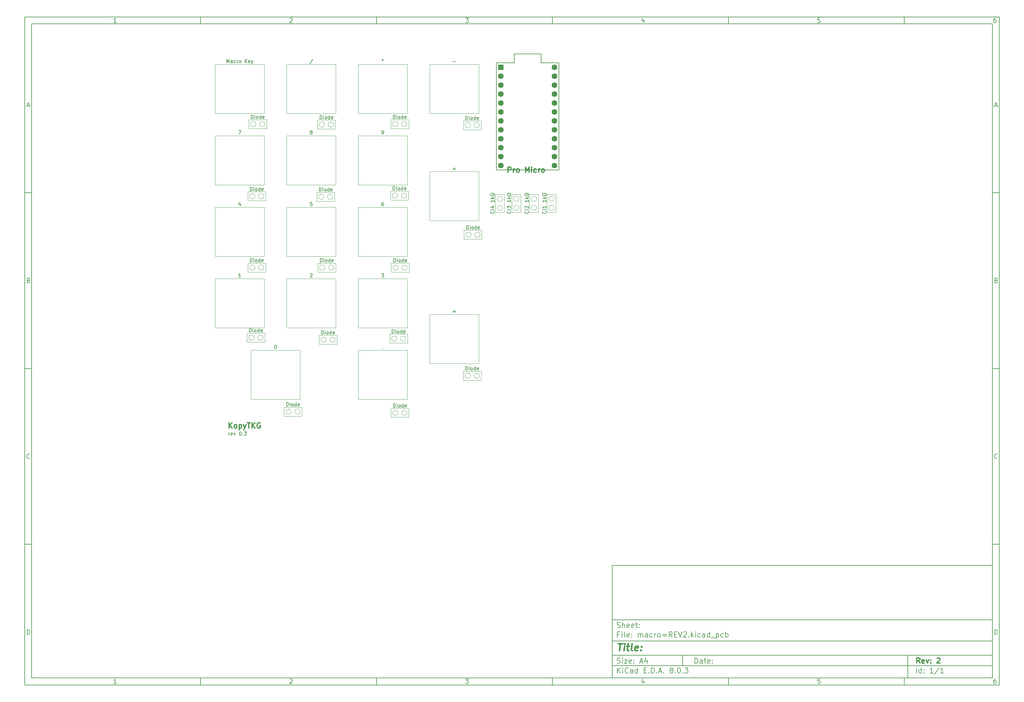
<source format=gbr>
%TF.GenerationSoftware,KiCad,Pcbnew,8.0.3*%
%TF.CreationDate,2024-06-18T21:33:20+02:00*%
%TF.ProjectId,macro=REV2,6d616372-6f3d-4524-9556-322e6b696361,2*%
%TF.SameCoordinates,Original*%
%TF.FileFunction,Legend,Top*%
%TF.FilePolarity,Positive*%
%FSLAX46Y46*%
G04 Gerber Fmt 4.6, Leading zero omitted, Abs format (unit mm)*
G04 Created by KiCad (PCBNEW 8.0.3) date 2024-06-18 21:33:20*
%MOMM*%
%LPD*%
G01*
G04 APERTURE LIST*
%ADD10C,0.100000*%
%ADD11C,0.150000*%
%ADD12C,0.300000*%
%ADD13C,0.400000*%
%ADD14C,0.120000*%
%ADD15C,1.600000*%
%ADD16R,1.600000X1.600000*%
G04 APERTURE END LIST*
D10*
D11*
X177002200Y-166007200D02*
X285002200Y-166007200D01*
X285002200Y-198007200D01*
X177002200Y-198007200D01*
X177002200Y-166007200D01*
D10*
D11*
X10000000Y-10000000D02*
X287002200Y-10000000D01*
X287002200Y-200007200D01*
X10000000Y-200007200D01*
X10000000Y-10000000D01*
D10*
D11*
X12000000Y-12000000D02*
X285002200Y-12000000D01*
X285002200Y-198007200D01*
X12000000Y-198007200D01*
X12000000Y-12000000D01*
D10*
D11*
X60000000Y-12000000D02*
X60000000Y-10000000D01*
D10*
D11*
X110000000Y-12000000D02*
X110000000Y-10000000D01*
D10*
D11*
X160000000Y-12000000D02*
X160000000Y-10000000D01*
D10*
D11*
X210000000Y-12000000D02*
X210000000Y-10000000D01*
D10*
D11*
X260000000Y-12000000D02*
X260000000Y-10000000D01*
D10*
D11*
X36089160Y-11593604D02*
X35346303Y-11593604D01*
X35717731Y-11593604D02*
X35717731Y-10293604D01*
X35717731Y-10293604D02*
X35593922Y-10479319D01*
X35593922Y-10479319D02*
X35470112Y-10603128D01*
X35470112Y-10603128D02*
X35346303Y-10665033D01*
D10*
D11*
X85346303Y-10417414D02*
X85408207Y-10355509D01*
X85408207Y-10355509D02*
X85532017Y-10293604D01*
X85532017Y-10293604D02*
X85841541Y-10293604D01*
X85841541Y-10293604D02*
X85965350Y-10355509D01*
X85965350Y-10355509D02*
X86027255Y-10417414D01*
X86027255Y-10417414D02*
X86089160Y-10541223D01*
X86089160Y-10541223D02*
X86089160Y-10665033D01*
X86089160Y-10665033D02*
X86027255Y-10850747D01*
X86027255Y-10850747D02*
X85284398Y-11593604D01*
X85284398Y-11593604D02*
X86089160Y-11593604D01*
D10*
D11*
X135284398Y-10293604D02*
X136089160Y-10293604D01*
X136089160Y-10293604D02*
X135655826Y-10788842D01*
X135655826Y-10788842D02*
X135841541Y-10788842D01*
X135841541Y-10788842D02*
X135965350Y-10850747D01*
X135965350Y-10850747D02*
X136027255Y-10912652D01*
X136027255Y-10912652D02*
X136089160Y-11036461D01*
X136089160Y-11036461D02*
X136089160Y-11345985D01*
X136089160Y-11345985D02*
X136027255Y-11469795D01*
X136027255Y-11469795D02*
X135965350Y-11531700D01*
X135965350Y-11531700D02*
X135841541Y-11593604D01*
X135841541Y-11593604D02*
X135470112Y-11593604D01*
X135470112Y-11593604D02*
X135346303Y-11531700D01*
X135346303Y-11531700D02*
X135284398Y-11469795D01*
D10*
D11*
X185965350Y-10726938D02*
X185965350Y-11593604D01*
X185655826Y-10231700D02*
X185346303Y-11160271D01*
X185346303Y-11160271D02*
X186151064Y-11160271D01*
D10*
D11*
X236027255Y-10293604D02*
X235408207Y-10293604D01*
X235408207Y-10293604D02*
X235346303Y-10912652D01*
X235346303Y-10912652D02*
X235408207Y-10850747D01*
X235408207Y-10850747D02*
X235532017Y-10788842D01*
X235532017Y-10788842D02*
X235841541Y-10788842D01*
X235841541Y-10788842D02*
X235965350Y-10850747D01*
X235965350Y-10850747D02*
X236027255Y-10912652D01*
X236027255Y-10912652D02*
X236089160Y-11036461D01*
X236089160Y-11036461D02*
X236089160Y-11345985D01*
X236089160Y-11345985D02*
X236027255Y-11469795D01*
X236027255Y-11469795D02*
X235965350Y-11531700D01*
X235965350Y-11531700D02*
X235841541Y-11593604D01*
X235841541Y-11593604D02*
X235532017Y-11593604D01*
X235532017Y-11593604D02*
X235408207Y-11531700D01*
X235408207Y-11531700D02*
X235346303Y-11469795D01*
D10*
D11*
X285965350Y-10293604D02*
X285717731Y-10293604D01*
X285717731Y-10293604D02*
X285593922Y-10355509D01*
X285593922Y-10355509D02*
X285532017Y-10417414D01*
X285532017Y-10417414D02*
X285408207Y-10603128D01*
X285408207Y-10603128D02*
X285346303Y-10850747D01*
X285346303Y-10850747D02*
X285346303Y-11345985D01*
X285346303Y-11345985D02*
X285408207Y-11469795D01*
X285408207Y-11469795D02*
X285470112Y-11531700D01*
X285470112Y-11531700D02*
X285593922Y-11593604D01*
X285593922Y-11593604D02*
X285841541Y-11593604D01*
X285841541Y-11593604D02*
X285965350Y-11531700D01*
X285965350Y-11531700D02*
X286027255Y-11469795D01*
X286027255Y-11469795D02*
X286089160Y-11345985D01*
X286089160Y-11345985D02*
X286089160Y-11036461D01*
X286089160Y-11036461D02*
X286027255Y-10912652D01*
X286027255Y-10912652D02*
X285965350Y-10850747D01*
X285965350Y-10850747D02*
X285841541Y-10788842D01*
X285841541Y-10788842D02*
X285593922Y-10788842D01*
X285593922Y-10788842D02*
X285470112Y-10850747D01*
X285470112Y-10850747D02*
X285408207Y-10912652D01*
X285408207Y-10912652D02*
X285346303Y-11036461D01*
D10*
D11*
X60000000Y-198007200D02*
X60000000Y-200007200D01*
D10*
D11*
X110000000Y-198007200D02*
X110000000Y-200007200D01*
D10*
D11*
X160000000Y-198007200D02*
X160000000Y-200007200D01*
D10*
D11*
X210000000Y-198007200D02*
X210000000Y-200007200D01*
D10*
D11*
X260000000Y-198007200D02*
X260000000Y-200007200D01*
D10*
D11*
X36089160Y-199600804D02*
X35346303Y-199600804D01*
X35717731Y-199600804D02*
X35717731Y-198300804D01*
X35717731Y-198300804D02*
X35593922Y-198486519D01*
X35593922Y-198486519D02*
X35470112Y-198610328D01*
X35470112Y-198610328D02*
X35346303Y-198672233D01*
D10*
D11*
X85346303Y-198424614D02*
X85408207Y-198362709D01*
X85408207Y-198362709D02*
X85532017Y-198300804D01*
X85532017Y-198300804D02*
X85841541Y-198300804D01*
X85841541Y-198300804D02*
X85965350Y-198362709D01*
X85965350Y-198362709D02*
X86027255Y-198424614D01*
X86027255Y-198424614D02*
X86089160Y-198548423D01*
X86089160Y-198548423D02*
X86089160Y-198672233D01*
X86089160Y-198672233D02*
X86027255Y-198857947D01*
X86027255Y-198857947D02*
X85284398Y-199600804D01*
X85284398Y-199600804D02*
X86089160Y-199600804D01*
D10*
D11*
X135284398Y-198300804D02*
X136089160Y-198300804D01*
X136089160Y-198300804D02*
X135655826Y-198796042D01*
X135655826Y-198796042D02*
X135841541Y-198796042D01*
X135841541Y-198796042D02*
X135965350Y-198857947D01*
X135965350Y-198857947D02*
X136027255Y-198919852D01*
X136027255Y-198919852D02*
X136089160Y-199043661D01*
X136089160Y-199043661D02*
X136089160Y-199353185D01*
X136089160Y-199353185D02*
X136027255Y-199476995D01*
X136027255Y-199476995D02*
X135965350Y-199538900D01*
X135965350Y-199538900D02*
X135841541Y-199600804D01*
X135841541Y-199600804D02*
X135470112Y-199600804D01*
X135470112Y-199600804D02*
X135346303Y-199538900D01*
X135346303Y-199538900D02*
X135284398Y-199476995D01*
D10*
D11*
X185965350Y-198734138D02*
X185965350Y-199600804D01*
X185655826Y-198238900D02*
X185346303Y-199167471D01*
X185346303Y-199167471D02*
X186151064Y-199167471D01*
D10*
D11*
X236027255Y-198300804D02*
X235408207Y-198300804D01*
X235408207Y-198300804D02*
X235346303Y-198919852D01*
X235346303Y-198919852D02*
X235408207Y-198857947D01*
X235408207Y-198857947D02*
X235532017Y-198796042D01*
X235532017Y-198796042D02*
X235841541Y-198796042D01*
X235841541Y-198796042D02*
X235965350Y-198857947D01*
X235965350Y-198857947D02*
X236027255Y-198919852D01*
X236027255Y-198919852D02*
X236089160Y-199043661D01*
X236089160Y-199043661D02*
X236089160Y-199353185D01*
X236089160Y-199353185D02*
X236027255Y-199476995D01*
X236027255Y-199476995D02*
X235965350Y-199538900D01*
X235965350Y-199538900D02*
X235841541Y-199600804D01*
X235841541Y-199600804D02*
X235532017Y-199600804D01*
X235532017Y-199600804D02*
X235408207Y-199538900D01*
X235408207Y-199538900D02*
X235346303Y-199476995D01*
D10*
D11*
X285965350Y-198300804D02*
X285717731Y-198300804D01*
X285717731Y-198300804D02*
X285593922Y-198362709D01*
X285593922Y-198362709D02*
X285532017Y-198424614D01*
X285532017Y-198424614D02*
X285408207Y-198610328D01*
X285408207Y-198610328D02*
X285346303Y-198857947D01*
X285346303Y-198857947D02*
X285346303Y-199353185D01*
X285346303Y-199353185D02*
X285408207Y-199476995D01*
X285408207Y-199476995D02*
X285470112Y-199538900D01*
X285470112Y-199538900D02*
X285593922Y-199600804D01*
X285593922Y-199600804D02*
X285841541Y-199600804D01*
X285841541Y-199600804D02*
X285965350Y-199538900D01*
X285965350Y-199538900D02*
X286027255Y-199476995D01*
X286027255Y-199476995D02*
X286089160Y-199353185D01*
X286089160Y-199353185D02*
X286089160Y-199043661D01*
X286089160Y-199043661D02*
X286027255Y-198919852D01*
X286027255Y-198919852D02*
X285965350Y-198857947D01*
X285965350Y-198857947D02*
X285841541Y-198796042D01*
X285841541Y-198796042D02*
X285593922Y-198796042D01*
X285593922Y-198796042D02*
X285470112Y-198857947D01*
X285470112Y-198857947D02*
X285408207Y-198919852D01*
X285408207Y-198919852D02*
X285346303Y-199043661D01*
D10*
D11*
X10000000Y-60000000D02*
X12000000Y-60000000D01*
D10*
D11*
X10000000Y-110000000D02*
X12000000Y-110000000D01*
D10*
D11*
X10000000Y-160000000D02*
X12000000Y-160000000D01*
D10*
D11*
X10690476Y-35222176D02*
X11309523Y-35222176D01*
X10566666Y-35593604D02*
X10999999Y-34293604D01*
X10999999Y-34293604D02*
X11433333Y-35593604D01*
D10*
D11*
X11092857Y-84912652D02*
X11278571Y-84974557D01*
X11278571Y-84974557D02*
X11340476Y-85036461D01*
X11340476Y-85036461D02*
X11402380Y-85160271D01*
X11402380Y-85160271D02*
X11402380Y-85345985D01*
X11402380Y-85345985D02*
X11340476Y-85469795D01*
X11340476Y-85469795D02*
X11278571Y-85531700D01*
X11278571Y-85531700D02*
X11154761Y-85593604D01*
X11154761Y-85593604D02*
X10659523Y-85593604D01*
X10659523Y-85593604D02*
X10659523Y-84293604D01*
X10659523Y-84293604D02*
X11092857Y-84293604D01*
X11092857Y-84293604D02*
X11216666Y-84355509D01*
X11216666Y-84355509D02*
X11278571Y-84417414D01*
X11278571Y-84417414D02*
X11340476Y-84541223D01*
X11340476Y-84541223D02*
X11340476Y-84665033D01*
X11340476Y-84665033D02*
X11278571Y-84788842D01*
X11278571Y-84788842D02*
X11216666Y-84850747D01*
X11216666Y-84850747D02*
X11092857Y-84912652D01*
X11092857Y-84912652D02*
X10659523Y-84912652D01*
D10*
D11*
X11402380Y-135469795D02*
X11340476Y-135531700D01*
X11340476Y-135531700D02*
X11154761Y-135593604D01*
X11154761Y-135593604D02*
X11030952Y-135593604D01*
X11030952Y-135593604D02*
X10845238Y-135531700D01*
X10845238Y-135531700D02*
X10721428Y-135407890D01*
X10721428Y-135407890D02*
X10659523Y-135284080D01*
X10659523Y-135284080D02*
X10597619Y-135036461D01*
X10597619Y-135036461D02*
X10597619Y-134850747D01*
X10597619Y-134850747D02*
X10659523Y-134603128D01*
X10659523Y-134603128D02*
X10721428Y-134479319D01*
X10721428Y-134479319D02*
X10845238Y-134355509D01*
X10845238Y-134355509D02*
X11030952Y-134293604D01*
X11030952Y-134293604D02*
X11154761Y-134293604D01*
X11154761Y-134293604D02*
X11340476Y-134355509D01*
X11340476Y-134355509D02*
X11402380Y-134417414D01*
D10*
D11*
X10659523Y-185593604D02*
X10659523Y-184293604D01*
X10659523Y-184293604D02*
X10969047Y-184293604D01*
X10969047Y-184293604D02*
X11154761Y-184355509D01*
X11154761Y-184355509D02*
X11278571Y-184479319D01*
X11278571Y-184479319D02*
X11340476Y-184603128D01*
X11340476Y-184603128D02*
X11402380Y-184850747D01*
X11402380Y-184850747D02*
X11402380Y-185036461D01*
X11402380Y-185036461D02*
X11340476Y-185284080D01*
X11340476Y-185284080D02*
X11278571Y-185407890D01*
X11278571Y-185407890D02*
X11154761Y-185531700D01*
X11154761Y-185531700D02*
X10969047Y-185593604D01*
X10969047Y-185593604D02*
X10659523Y-185593604D01*
D10*
D11*
X287002200Y-60000000D02*
X285002200Y-60000000D01*
D10*
D11*
X287002200Y-110000000D02*
X285002200Y-110000000D01*
D10*
D11*
X287002200Y-160000000D02*
X285002200Y-160000000D01*
D10*
D11*
X285692676Y-35222176D02*
X286311723Y-35222176D01*
X285568866Y-35593604D02*
X286002199Y-34293604D01*
X286002199Y-34293604D02*
X286435533Y-35593604D01*
D10*
D11*
X286095057Y-84912652D02*
X286280771Y-84974557D01*
X286280771Y-84974557D02*
X286342676Y-85036461D01*
X286342676Y-85036461D02*
X286404580Y-85160271D01*
X286404580Y-85160271D02*
X286404580Y-85345985D01*
X286404580Y-85345985D02*
X286342676Y-85469795D01*
X286342676Y-85469795D02*
X286280771Y-85531700D01*
X286280771Y-85531700D02*
X286156961Y-85593604D01*
X286156961Y-85593604D02*
X285661723Y-85593604D01*
X285661723Y-85593604D02*
X285661723Y-84293604D01*
X285661723Y-84293604D02*
X286095057Y-84293604D01*
X286095057Y-84293604D02*
X286218866Y-84355509D01*
X286218866Y-84355509D02*
X286280771Y-84417414D01*
X286280771Y-84417414D02*
X286342676Y-84541223D01*
X286342676Y-84541223D02*
X286342676Y-84665033D01*
X286342676Y-84665033D02*
X286280771Y-84788842D01*
X286280771Y-84788842D02*
X286218866Y-84850747D01*
X286218866Y-84850747D02*
X286095057Y-84912652D01*
X286095057Y-84912652D02*
X285661723Y-84912652D01*
D10*
D11*
X286404580Y-135469795D02*
X286342676Y-135531700D01*
X286342676Y-135531700D02*
X286156961Y-135593604D01*
X286156961Y-135593604D02*
X286033152Y-135593604D01*
X286033152Y-135593604D02*
X285847438Y-135531700D01*
X285847438Y-135531700D02*
X285723628Y-135407890D01*
X285723628Y-135407890D02*
X285661723Y-135284080D01*
X285661723Y-135284080D02*
X285599819Y-135036461D01*
X285599819Y-135036461D02*
X285599819Y-134850747D01*
X285599819Y-134850747D02*
X285661723Y-134603128D01*
X285661723Y-134603128D02*
X285723628Y-134479319D01*
X285723628Y-134479319D02*
X285847438Y-134355509D01*
X285847438Y-134355509D02*
X286033152Y-134293604D01*
X286033152Y-134293604D02*
X286156961Y-134293604D01*
X286156961Y-134293604D02*
X286342676Y-134355509D01*
X286342676Y-134355509D02*
X286404580Y-134417414D01*
D10*
D11*
X285661723Y-185593604D02*
X285661723Y-184293604D01*
X285661723Y-184293604D02*
X285971247Y-184293604D01*
X285971247Y-184293604D02*
X286156961Y-184355509D01*
X286156961Y-184355509D02*
X286280771Y-184479319D01*
X286280771Y-184479319D02*
X286342676Y-184603128D01*
X286342676Y-184603128D02*
X286404580Y-184850747D01*
X286404580Y-184850747D02*
X286404580Y-185036461D01*
X286404580Y-185036461D02*
X286342676Y-185284080D01*
X286342676Y-185284080D02*
X286280771Y-185407890D01*
X286280771Y-185407890D02*
X286156961Y-185531700D01*
X286156961Y-185531700D02*
X285971247Y-185593604D01*
X285971247Y-185593604D02*
X285661723Y-185593604D01*
D10*
D11*
X200458026Y-193793328D02*
X200458026Y-192293328D01*
X200458026Y-192293328D02*
X200815169Y-192293328D01*
X200815169Y-192293328D02*
X201029455Y-192364757D01*
X201029455Y-192364757D02*
X201172312Y-192507614D01*
X201172312Y-192507614D02*
X201243741Y-192650471D01*
X201243741Y-192650471D02*
X201315169Y-192936185D01*
X201315169Y-192936185D02*
X201315169Y-193150471D01*
X201315169Y-193150471D02*
X201243741Y-193436185D01*
X201243741Y-193436185D02*
X201172312Y-193579042D01*
X201172312Y-193579042D02*
X201029455Y-193721900D01*
X201029455Y-193721900D02*
X200815169Y-193793328D01*
X200815169Y-193793328D02*
X200458026Y-193793328D01*
X202600884Y-193793328D02*
X202600884Y-193007614D01*
X202600884Y-193007614D02*
X202529455Y-192864757D01*
X202529455Y-192864757D02*
X202386598Y-192793328D01*
X202386598Y-192793328D02*
X202100884Y-192793328D01*
X202100884Y-192793328D02*
X201958026Y-192864757D01*
X202600884Y-193721900D02*
X202458026Y-193793328D01*
X202458026Y-193793328D02*
X202100884Y-193793328D01*
X202100884Y-193793328D02*
X201958026Y-193721900D01*
X201958026Y-193721900D02*
X201886598Y-193579042D01*
X201886598Y-193579042D02*
X201886598Y-193436185D01*
X201886598Y-193436185D02*
X201958026Y-193293328D01*
X201958026Y-193293328D02*
X202100884Y-193221900D01*
X202100884Y-193221900D02*
X202458026Y-193221900D01*
X202458026Y-193221900D02*
X202600884Y-193150471D01*
X203100884Y-192793328D02*
X203672312Y-192793328D01*
X203315169Y-192293328D02*
X203315169Y-193579042D01*
X203315169Y-193579042D02*
X203386598Y-193721900D01*
X203386598Y-193721900D02*
X203529455Y-193793328D01*
X203529455Y-193793328D02*
X203672312Y-193793328D01*
X204743741Y-193721900D02*
X204600884Y-193793328D01*
X204600884Y-193793328D02*
X204315170Y-193793328D01*
X204315170Y-193793328D02*
X204172312Y-193721900D01*
X204172312Y-193721900D02*
X204100884Y-193579042D01*
X204100884Y-193579042D02*
X204100884Y-193007614D01*
X204100884Y-193007614D02*
X204172312Y-192864757D01*
X204172312Y-192864757D02*
X204315170Y-192793328D01*
X204315170Y-192793328D02*
X204600884Y-192793328D01*
X204600884Y-192793328D02*
X204743741Y-192864757D01*
X204743741Y-192864757D02*
X204815170Y-193007614D01*
X204815170Y-193007614D02*
X204815170Y-193150471D01*
X204815170Y-193150471D02*
X204100884Y-193293328D01*
X205458026Y-193650471D02*
X205529455Y-193721900D01*
X205529455Y-193721900D02*
X205458026Y-193793328D01*
X205458026Y-193793328D02*
X205386598Y-193721900D01*
X205386598Y-193721900D02*
X205458026Y-193650471D01*
X205458026Y-193650471D02*
X205458026Y-193793328D01*
X205458026Y-192864757D02*
X205529455Y-192936185D01*
X205529455Y-192936185D02*
X205458026Y-193007614D01*
X205458026Y-193007614D02*
X205386598Y-192936185D01*
X205386598Y-192936185D02*
X205458026Y-192864757D01*
X205458026Y-192864757D02*
X205458026Y-193007614D01*
D10*
D11*
X177002200Y-194507200D02*
X285002200Y-194507200D01*
D10*
D11*
X178458026Y-196593328D02*
X178458026Y-195093328D01*
X179315169Y-196593328D02*
X178672312Y-195736185D01*
X179315169Y-195093328D02*
X178458026Y-195950471D01*
X179958026Y-196593328D02*
X179958026Y-195593328D01*
X179958026Y-195093328D02*
X179886598Y-195164757D01*
X179886598Y-195164757D02*
X179958026Y-195236185D01*
X179958026Y-195236185D02*
X180029455Y-195164757D01*
X180029455Y-195164757D02*
X179958026Y-195093328D01*
X179958026Y-195093328D02*
X179958026Y-195236185D01*
X181529455Y-196450471D02*
X181458027Y-196521900D01*
X181458027Y-196521900D02*
X181243741Y-196593328D01*
X181243741Y-196593328D02*
X181100884Y-196593328D01*
X181100884Y-196593328D02*
X180886598Y-196521900D01*
X180886598Y-196521900D02*
X180743741Y-196379042D01*
X180743741Y-196379042D02*
X180672312Y-196236185D01*
X180672312Y-196236185D02*
X180600884Y-195950471D01*
X180600884Y-195950471D02*
X180600884Y-195736185D01*
X180600884Y-195736185D02*
X180672312Y-195450471D01*
X180672312Y-195450471D02*
X180743741Y-195307614D01*
X180743741Y-195307614D02*
X180886598Y-195164757D01*
X180886598Y-195164757D02*
X181100884Y-195093328D01*
X181100884Y-195093328D02*
X181243741Y-195093328D01*
X181243741Y-195093328D02*
X181458027Y-195164757D01*
X181458027Y-195164757D02*
X181529455Y-195236185D01*
X182815170Y-196593328D02*
X182815170Y-195807614D01*
X182815170Y-195807614D02*
X182743741Y-195664757D01*
X182743741Y-195664757D02*
X182600884Y-195593328D01*
X182600884Y-195593328D02*
X182315170Y-195593328D01*
X182315170Y-195593328D02*
X182172312Y-195664757D01*
X182815170Y-196521900D02*
X182672312Y-196593328D01*
X182672312Y-196593328D02*
X182315170Y-196593328D01*
X182315170Y-196593328D02*
X182172312Y-196521900D01*
X182172312Y-196521900D02*
X182100884Y-196379042D01*
X182100884Y-196379042D02*
X182100884Y-196236185D01*
X182100884Y-196236185D02*
X182172312Y-196093328D01*
X182172312Y-196093328D02*
X182315170Y-196021900D01*
X182315170Y-196021900D02*
X182672312Y-196021900D01*
X182672312Y-196021900D02*
X182815170Y-195950471D01*
X184172313Y-196593328D02*
X184172313Y-195093328D01*
X184172313Y-196521900D02*
X184029455Y-196593328D01*
X184029455Y-196593328D02*
X183743741Y-196593328D01*
X183743741Y-196593328D02*
X183600884Y-196521900D01*
X183600884Y-196521900D02*
X183529455Y-196450471D01*
X183529455Y-196450471D02*
X183458027Y-196307614D01*
X183458027Y-196307614D02*
X183458027Y-195879042D01*
X183458027Y-195879042D02*
X183529455Y-195736185D01*
X183529455Y-195736185D02*
X183600884Y-195664757D01*
X183600884Y-195664757D02*
X183743741Y-195593328D01*
X183743741Y-195593328D02*
X184029455Y-195593328D01*
X184029455Y-195593328D02*
X184172313Y-195664757D01*
X186029455Y-195807614D02*
X186529455Y-195807614D01*
X186743741Y-196593328D02*
X186029455Y-196593328D01*
X186029455Y-196593328D02*
X186029455Y-195093328D01*
X186029455Y-195093328D02*
X186743741Y-195093328D01*
X187386598Y-196450471D02*
X187458027Y-196521900D01*
X187458027Y-196521900D02*
X187386598Y-196593328D01*
X187386598Y-196593328D02*
X187315170Y-196521900D01*
X187315170Y-196521900D02*
X187386598Y-196450471D01*
X187386598Y-196450471D02*
X187386598Y-196593328D01*
X188100884Y-196593328D02*
X188100884Y-195093328D01*
X188100884Y-195093328D02*
X188458027Y-195093328D01*
X188458027Y-195093328D02*
X188672313Y-195164757D01*
X188672313Y-195164757D02*
X188815170Y-195307614D01*
X188815170Y-195307614D02*
X188886599Y-195450471D01*
X188886599Y-195450471D02*
X188958027Y-195736185D01*
X188958027Y-195736185D02*
X188958027Y-195950471D01*
X188958027Y-195950471D02*
X188886599Y-196236185D01*
X188886599Y-196236185D02*
X188815170Y-196379042D01*
X188815170Y-196379042D02*
X188672313Y-196521900D01*
X188672313Y-196521900D02*
X188458027Y-196593328D01*
X188458027Y-196593328D02*
X188100884Y-196593328D01*
X189600884Y-196450471D02*
X189672313Y-196521900D01*
X189672313Y-196521900D02*
X189600884Y-196593328D01*
X189600884Y-196593328D02*
X189529456Y-196521900D01*
X189529456Y-196521900D02*
X189600884Y-196450471D01*
X189600884Y-196450471D02*
X189600884Y-196593328D01*
X190243742Y-196164757D02*
X190958028Y-196164757D01*
X190100885Y-196593328D02*
X190600885Y-195093328D01*
X190600885Y-195093328D02*
X191100885Y-196593328D01*
X191600884Y-196450471D02*
X191672313Y-196521900D01*
X191672313Y-196521900D02*
X191600884Y-196593328D01*
X191600884Y-196593328D02*
X191529456Y-196521900D01*
X191529456Y-196521900D02*
X191600884Y-196450471D01*
X191600884Y-196450471D02*
X191600884Y-196593328D01*
X193672313Y-195736185D02*
X193529456Y-195664757D01*
X193529456Y-195664757D02*
X193458027Y-195593328D01*
X193458027Y-195593328D02*
X193386599Y-195450471D01*
X193386599Y-195450471D02*
X193386599Y-195379042D01*
X193386599Y-195379042D02*
X193458027Y-195236185D01*
X193458027Y-195236185D02*
X193529456Y-195164757D01*
X193529456Y-195164757D02*
X193672313Y-195093328D01*
X193672313Y-195093328D02*
X193958027Y-195093328D01*
X193958027Y-195093328D02*
X194100885Y-195164757D01*
X194100885Y-195164757D02*
X194172313Y-195236185D01*
X194172313Y-195236185D02*
X194243742Y-195379042D01*
X194243742Y-195379042D02*
X194243742Y-195450471D01*
X194243742Y-195450471D02*
X194172313Y-195593328D01*
X194172313Y-195593328D02*
X194100885Y-195664757D01*
X194100885Y-195664757D02*
X193958027Y-195736185D01*
X193958027Y-195736185D02*
X193672313Y-195736185D01*
X193672313Y-195736185D02*
X193529456Y-195807614D01*
X193529456Y-195807614D02*
X193458027Y-195879042D01*
X193458027Y-195879042D02*
X193386599Y-196021900D01*
X193386599Y-196021900D02*
X193386599Y-196307614D01*
X193386599Y-196307614D02*
X193458027Y-196450471D01*
X193458027Y-196450471D02*
X193529456Y-196521900D01*
X193529456Y-196521900D02*
X193672313Y-196593328D01*
X193672313Y-196593328D02*
X193958027Y-196593328D01*
X193958027Y-196593328D02*
X194100885Y-196521900D01*
X194100885Y-196521900D02*
X194172313Y-196450471D01*
X194172313Y-196450471D02*
X194243742Y-196307614D01*
X194243742Y-196307614D02*
X194243742Y-196021900D01*
X194243742Y-196021900D02*
X194172313Y-195879042D01*
X194172313Y-195879042D02*
X194100885Y-195807614D01*
X194100885Y-195807614D02*
X193958027Y-195736185D01*
X194886598Y-196450471D02*
X194958027Y-196521900D01*
X194958027Y-196521900D02*
X194886598Y-196593328D01*
X194886598Y-196593328D02*
X194815170Y-196521900D01*
X194815170Y-196521900D02*
X194886598Y-196450471D01*
X194886598Y-196450471D02*
X194886598Y-196593328D01*
X195886599Y-195093328D02*
X196029456Y-195093328D01*
X196029456Y-195093328D02*
X196172313Y-195164757D01*
X196172313Y-195164757D02*
X196243742Y-195236185D01*
X196243742Y-195236185D02*
X196315170Y-195379042D01*
X196315170Y-195379042D02*
X196386599Y-195664757D01*
X196386599Y-195664757D02*
X196386599Y-196021900D01*
X196386599Y-196021900D02*
X196315170Y-196307614D01*
X196315170Y-196307614D02*
X196243742Y-196450471D01*
X196243742Y-196450471D02*
X196172313Y-196521900D01*
X196172313Y-196521900D02*
X196029456Y-196593328D01*
X196029456Y-196593328D02*
X195886599Y-196593328D01*
X195886599Y-196593328D02*
X195743742Y-196521900D01*
X195743742Y-196521900D02*
X195672313Y-196450471D01*
X195672313Y-196450471D02*
X195600884Y-196307614D01*
X195600884Y-196307614D02*
X195529456Y-196021900D01*
X195529456Y-196021900D02*
X195529456Y-195664757D01*
X195529456Y-195664757D02*
X195600884Y-195379042D01*
X195600884Y-195379042D02*
X195672313Y-195236185D01*
X195672313Y-195236185D02*
X195743742Y-195164757D01*
X195743742Y-195164757D02*
X195886599Y-195093328D01*
X197029455Y-196450471D02*
X197100884Y-196521900D01*
X197100884Y-196521900D02*
X197029455Y-196593328D01*
X197029455Y-196593328D02*
X196958027Y-196521900D01*
X196958027Y-196521900D02*
X197029455Y-196450471D01*
X197029455Y-196450471D02*
X197029455Y-196593328D01*
X197600884Y-195093328D02*
X198529456Y-195093328D01*
X198529456Y-195093328D02*
X198029456Y-195664757D01*
X198029456Y-195664757D02*
X198243741Y-195664757D01*
X198243741Y-195664757D02*
X198386599Y-195736185D01*
X198386599Y-195736185D02*
X198458027Y-195807614D01*
X198458027Y-195807614D02*
X198529456Y-195950471D01*
X198529456Y-195950471D02*
X198529456Y-196307614D01*
X198529456Y-196307614D02*
X198458027Y-196450471D01*
X198458027Y-196450471D02*
X198386599Y-196521900D01*
X198386599Y-196521900D02*
X198243741Y-196593328D01*
X198243741Y-196593328D02*
X197815170Y-196593328D01*
X197815170Y-196593328D02*
X197672313Y-196521900D01*
X197672313Y-196521900D02*
X197600884Y-196450471D01*
D10*
D11*
X177002200Y-191507200D02*
X285002200Y-191507200D01*
D10*
D12*
X264413853Y-193785528D02*
X263913853Y-193071242D01*
X263556710Y-193785528D02*
X263556710Y-192285528D01*
X263556710Y-192285528D02*
X264128139Y-192285528D01*
X264128139Y-192285528D02*
X264270996Y-192356957D01*
X264270996Y-192356957D02*
X264342425Y-192428385D01*
X264342425Y-192428385D02*
X264413853Y-192571242D01*
X264413853Y-192571242D02*
X264413853Y-192785528D01*
X264413853Y-192785528D02*
X264342425Y-192928385D01*
X264342425Y-192928385D02*
X264270996Y-192999814D01*
X264270996Y-192999814D02*
X264128139Y-193071242D01*
X264128139Y-193071242D02*
X263556710Y-193071242D01*
X265628139Y-193714100D02*
X265485282Y-193785528D01*
X265485282Y-193785528D02*
X265199568Y-193785528D01*
X265199568Y-193785528D02*
X265056710Y-193714100D01*
X265056710Y-193714100D02*
X264985282Y-193571242D01*
X264985282Y-193571242D02*
X264985282Y-192999814D01*
X264985282Y-192999814D02*
X265056710Y-192856957D01*
X265056710Y-192856957D02*
X265199568Y-192785528D01*
X265199568Y-192785528D02*
X265485282Y-192785528D01*
X265485282Y-192785528D02*
X265628139Y-192856957D01*
X265628139Y-192856957D02*
X265699568Y-192999814D01*
X265699568Y-192999814D02*
X265699568Y-193142671D01*
X265699568Y-193142671D02*
X264985282Y-193285528D01*
X266199567Y-192785528D02*
X266556710Y-193785528D01*
X266556710Y-193785528D02*
X266913853Y-192785528D01*
X267485281Y-193642671D02*
X267556710Y-193714100D01*
X267556710Y-193714100D02*
X267485281Y-193785528D01*
X267485281Y-193785528D02*
X267413853Y-193714100D01*
X267413853Y-193714100D02*
X267485281Y-193642671D01*
X267485281Y-193642671D02*
X267485281Y-193785528D01*
X267485281Y-192856957D02*
X267556710Y-192928385D01*
X267556710Y-192928385D02*
X267485281Y-192999814D01*
X267485281Y-192999814D02*
X267413853Y-192928385D01*
X267413853Y-192928385D02*
X267485281Y-192856957D01*
X267485281Y-192856957D02*
X267485281Y-192999814D01*
X269270996Y-192428385D02*
X269342424Y-192356957D01*
X269342424Y-192356957D02*
X269485282Y-192285528D01*
X269485282Y-192285528D02*
X269842424Y-192285528D01*
X269842424Y-192285528D02*
X269985282Y-192356957D01*
X269985282Y-192356957D02*
X270056710Y-192428385D01*
X270056710Y-192428385D02*
X270128139Y-192571242D01*
X270128139Y-192571242D02*
X270128139Y-192714100D01*
X270128139Y-192714100D02*
X270056710Y-192928385D01*
X270056710Y-192928385D02*
X269199567Y-193785528D01*
X269199567Y-193785528D02*
X270128139Y-193785528D01*
D10*
D11*
X178386598Y-193721900D02*
X178600884Y-193793328D01*
X178600884Y-193793328D02*
X178958026Y-193793328D01*
X178958026Y-193793328D02*
X179100884Y-193721900D01*
X179100884Y-193721900D02*
X179172312Y-193650471D01*
X179172312Y-193650471D02*
X179243741Y-193507614D01*
X179243741Y-193507614D02*
X179243741Y-193364757D01*
X179243741Y-193364757D02*
X179172312Y-193221900D01*
X179172312Y-193221900D02*
X179100884Y-193150471D01*
X179100884Y-193150471D02*
X178958026Y-193079042D01*
X178958026Y-193079042D02*
X178672312Y-193007614D01*
X178672312Y-193007614D02*
X178529455Y-192936185D01*
X178529455Y-192936185D02*
X178458026Y-192864757D01*
X178458026Y-192864757D02*
X178386598Y-192721900D01*
X178386598Y-192721900D02*
X178386598Y-192579042D01*
X178386598Y-192579042D02*
X178458026Y-192436185D01*
X178458026Y-192436185D02*
X178529455Y-192364757D01*
X178529455Y-192364757D02*
X178672312Y-192293328D01*
X178672312Y-192293328D02*
X179029455Y-192293328D01*
X179029455Y-192293328D02*
X179243741Y-192364757D01*
X179886597Y-193793328D02*
X179886597Y-192793328D01*
X179886597Y-192293328D02*
X179815169Y-192364757D01*
X179815169Y-192364757D02*
X179886597Y-192436185D01*
X179886597Y-192436185D02*
X179958026Y-192364757D01*
X179958026Y-192364757D02*
X179886597Y-192293328D01*
X179886597Y-192293328D02*
X179886597Y-192436185D01*
X180458026Y-192793328D02*
X181243741Y-192793328D01*
X181243741Y-192793328D02*
X180458026Y-193793328D01*
X180458026Y-193793328D02*
X181243741Y-193793328D01*
X182386598Y-193721900D02*
X182243741Y-193793328D01*
X182243741Y-193793328D02*
X181958027Y-193793328D01*
X181958027Y-193793328D02*
X181815169Y-193721900D01*
X181815169Y-193721900D02*
X181743741Y-193579042D01*
X181743741Y-193579042D02*
X181743741Y-193007614D01*
X181743741Y-193007614D02*
X181815169Y-192864757D01*
X181815169Y-192864757D02*
X181958027Y-192793328D01*
X181958027Y-192793328D02*
X182243741Y-192793328D01*
X182243741Y-192793328D02*
X182386598Y-192864757D01*
X182386598Y-192864757D02*
X182458027Y-193007614D01*
X182458027Y-193007614D02*
X182458027Y-193150471D01*
X182458027Y-193150471D02*
X181743741Y-193293328D01*
X183100883Y-193650471D02*
X183172312Y-193721900D01*
X183172312Y-193721900D02*
X183100883Y-193793328D01*
X183100883Y-193793328D02*
X183029455Y-193721900D01*
X183029455Y-193721900D02*
X183100883Y-193650471D01*
X183100883Y-193650471D02*
X183100883Y-193793328D01*
X183100883Y-192864757D02*
X183172312Y-192936185D01*
X183172312Y-192936185D02*
X183100883Y-193007614D01*
X183100883Y-193007614D02*
X183029455Y-192936185D01*
X183029455Y-192936185D02*
X183100883Y-192864757D01*
X183100883Y-192864757D02*
X183100883Y-193007614D01*
X184886598Y-193364757D02*
X185600884Y-193364757D01*
X184743741Y-193793328D02*
X185243741Y-192293328D01*
X185243741Y-192293328D02*
X185743741Y-193793328D01*
X186886598Y-192793328D02*
X186886598Y-193793328D01*
X186529455Y-192221900D02*
X186172312Y-193293328D01*
X186172312Y-193293328D02*
X187100883Y-193293328D01*
D10*
D11*
X263458026Y-196593328D02*
X263458026Y-195093328D01*
X264815170Y-196593328D02*
X264815170Y-195093328D01*
X264815170Y-196521900D02*
X264672312Y-196593328D01*
X264672312Y-196593328D02*
X264386598Y-196593328D01*
X264386598Y-196593328D02*
X264243741Y-196521900D01*
X264243741Y-196521900D02*
X264172312Y-196450471D01*
X264172312Y-196450471D02*
X264100884Y-196307614D01*
X264100884Y-196307614D02*
X264100884Y-195879042D01*
X264100884Y-195879042D02*
X264172312Y-195736185D01*
X264172312Y-195736185D02*
X264243741Y-195664757D01*
X264243741Y-195664757D02*
X264386598Y-195593328D01*
X264386598Y-195593328D02*
X264672312Y-195593328D01*
X264672312Y-195593328D02*
X264815170Y-195664757D01*
X265529455Y-196450471D02*
X265600884Y-196521900D01*
X265600884Y-196521900D02*
X265529455Y-196593328D01*
X265529455Y-196593328D02*
X265458027Y-196521900D01*
X265458027Y-196521900D02*
X265529455Y-196450471D01*
X265529455Y-196450471D02*
X265529455Y-196593328D01*
X265529455Y-195664757D02*
X265600884Y-195736185D01*
X265600884Y-195736185D02*
X265529455Y-195807614D01*
X265529455Y-195807614D02*
X265458027Y-195736185D01*
X265458027Y-195736185D02*
X265529455Y-195664757D01*
X265529455Y-195664757D02*
X265529455Y-195807614D01*
X268172313Y-196593328D02*
X267315170Y-196593328D01*
X267743741Y-196593328D02*
X267743741Y-195093328D01*
X267743741Y-195093328D02*
X267600884Y-195307614D01*
X267600884Y-195307614D02*
X267458027Y-195450471D01*
X267458027Y-195450471D02*
X267315170Y-195521900D01*
X269886598Y-195021900D02*
X268600884Y-196950471D01*
X271172313Y-196593328D02*
X270315170Y-196593328D01*
X270743741Y-196593328D02*
X270743741Y-195093328D01*
X270743741Y-195093328D02*
X270600884Y-195307614D01*
X270600884Y-195307614D02*
X270458027Y-195450471D01*
X270458027Y-195450471D02*
X270315170Y-195521900D01*
D10*
D11*
X177002200Y-187507200D02*
X285002200Y-187507200D01*
D10*
D13*
X178693928Y-188211638D02*
X179836785Y-188211638D01*
X179015357Y-190211638D02*
X179265357Y-188211638D01*
X180253452Y-190211638D02*
X180420119Y-188878304D01*
X180503452Y-188211638D02*
X180396309Y-188306876D01*
X180396309Y-188306876D02*
X180479643Y-188402114D01*
X180479643Y-188402114D02*
X180586786Y-188306876D01*
X180586786Y-188306876D02*
X180503452Y-188211638D01*
X180503452Y-188211638D02*
X180479643Y-188402114D01*
X181086786Y-188878304D02*
X181848690Y-188878304D01*
X181455833Y-188211638D02*
X181241548Y-189925923D01*
X181241548Y-189925923D02*
X181312976Y-190116400D01*
X181312976Y-190116400D02*
X181491548Y-190211638D01*
X181491548Y-190211638D02*
X181682024Y-190211638D01*
X182634405Y-190211638D02*
X182455833Y-190116400D01*
X182455833Y-190116400D02*
X182384405Y-189925923D01*
X182384405Y-189925923D02*
X182598690Y-188211638D01*
X184170119Y-190116400D02*
X183967738Y-190211638D01*
X183967738Y-190211638D02*
X183586785Y-190211638D01*
X183586785Y-190211638D02*
X183408214Y-190116400D01*
X183408214Y-190116400D02*
X183336785Y-189925923D01*
X183336785Y-189925923D02*
X183432024Y-189164019D01*
X183432024Y-189164019D02*
X183551071Y-188973542D01*
X183551071Y-188973542D02*
X183753452Y-188878304D01*
X183753452Y-188878304D02*
X184134404Y-188878304D01*
X184134404Y-188878304D02*
X184312976Y-188973542D01*
X184312976Y-188973542D02*
X184384404Y-189164019D01*
X184384404Y-189164019D02*
X184360595Y-189354495D01*
X184360595Y-189354495D02*
X183384404Y-189544971D01*
X185134405Y-190021161D02*
X185217738Y-190116400D01*
X185217738Y-190116400D02*
X185110595Y-190211638D01*
X185110595Y-190211638D02*
X185027262Y-190116400D01*
X185027262Y-190116400D02*
X185134405Y-190021161D01*
X185134405Y-190021161D02*
X185110595Y-190211638D01*
X185265357Y-188973542D02*
X185348690Y-189068780D01*
X185348690Y-189068780D02*
X185241548Y-189164019D01*
X185241548Y-189164019D02*
X185158214Y-189068780D01*
X185158214Y-189068780D02*
X185265357Y-188973542D01*
X185265357Y-188973542D02*
X185241548Y-189164019D01*
D10*
D11*
X178958026Y-185607614D02*
X178458026Y-185607614D01*
X178458026Y-186393328D02*
X178458026Y-184893328D01*
X178458026Y-184893328D02*
X179172312Y-184893328D01*
X179743740Y-186393328D02*
X179743740Y-185393328D01*
X179743740Y-184893328D02*
X179672312Y-184964757D01*
X179672312Y-184964757D02*
X179743740Y-185036185D01*
X179743740Y-185036185D02*
X179815169Y-184964757D01*
X179815169Y-184964757D02*
X179743740Y-184893328D01*
X179743740Y-184893328D02*
X179743740Y-185036185D01*
X180672312Y-186393328D02*
X180529455Y-186321900D01*
X180529455Y-186321900D02*
X180458026Y-186179042D01*
X180458026Y-186179042D02*
X180458026Y-184893328D01*
X181815169Y-186321900D02*
X181672312Y-186393328D01*
X181672312Y-186393328D02*
X181386598Y-186393328D01*
X181386598Y-186393328D02*
X181243740Y-186321900D01*
X181243740Y-186321900D02*
X181172312Y-186179042D01*
X181172312Y-186179042D02*
X181172312Y-185607614D01*
X181172312Y-185607614D02*
X181243740Y-185464757D01*
X181243740Y-185464757D02*
X181386598Y-185393328D01*
X181386598Y-185393328D02*
X181672312Y-185393328D01*
X181672312Y-185393328D02*
X181815169Y-185464757D01*
X181815169Y-185464757D02*
X181886598Y-185607614D01*
X181886598Y-185607614D02*
X181886598Y-185750471D01*
X181886598Y-185750471D02*
X181172312Y-185893328D01*
X182529454Y-186250471D02*
X182600883Y-186321900D01*
X182600883Y-186321900D02*
X182529454Y-186393328D01*
X182529454Y-186393328D02*
X182458026Y-186321900D01*
X182458026Y-186321900D02*
X182529454Y-186250471D01*
X182529454Y-186250471D02*
X182529454Y-186393328D01*
X182529454Y-185464757D02*
X182600883Y-185536185D01*
X182600883Y-185536185D02*
X182529454Y-185607614D01*
X182529454Y-185607614D02*
X182458026Y-185536185D01*
X182458026Y-185536185D02*
X182529454Y-185464757D01*
X182529454Y-185464757D02*
X182529454Y-185607614D01*
X184386597Y-186393328D02*
X184386597Y-185393328D01*
X184386597Y-185536185D02*
X184458026Y-185464757D01*
X184458026Y-185464757D02*
X184600883Y-185393328D01*
X184600883Y-185393328D02*
X184815169Y-185393328D01*
X184815169Y-185393328D02*
X184958026Y-185464757D01*
X184958026Y-185464757D02*
X185029455Y-185607614D01*
X185029455Y-185607614D02*
X185029455Y-186393328D01*
X185029455Y-185607614D02*
X185100883Y-185464757D01*
X185100883Y-185464757D02*
X185243740Y-185393328D01*
X185243740Y-185393328D02*
X185458026Y-185393328D01*
X185458026Y-185393328D02*
X185600883Y-185464757D01*
X185600883Y-185464757D02*
X185672312Y-185607614D01*
X185672312Y-185607614D02*
X185672312Y-186393328D01*
X187029455Y-186393328D02*
X187029455Y-185607614D01*
X187029455Y-185607614D02*
X186958026Y-185464757D01*
X186958026Y-185464757D02*
X186815169Y-185393328D01*
X186815169Y-185393328D02*
X186529455Y-185393328D01*
X186529455Y-185393328D02*
X186386597Y-185464757D01*
X187029455Y-186321900D02*
X186886597Y-186393328D01*
X186886597Y-186393328D02*
X186529455Y-186393328D01*
X186529455Y-186393328D02*
X186386597Y-186321900D01*
X186386597Y-186321900D02*
X186315169Y-186179042D01*
X186315169Y-186179042D02*
X186315169Y-186036185D01*
X186315169Y-186036185D02*
X186386597Y-185893328D01*
X186386597Y-185893328D02*
X186529455Y-185821900D01*
X186529455Y-185821900D02*
X186886597Y-185821900D01*
X186886597Y-185821900D02*
X187029455Y-185750471D01*
X188386598Y-186321900D02*
X188243740Y-186393328D01*
X188243740Y-186393328D02*
X187958026Y-186393328D01*
X187958026Y-186393328D02*
X187815169Y-186321900D01*
X187815169Y-186321900D02*
X187743740Y-186250471D01*
X187743740Y-186250471D02*
X187672312Y-186107614D01*
X187672312Y-186107614D02*
X187672312Y-185679042D01*
X187672312Y-185679042D02*
X187743740Y-185536185D01*
X187743740Y-185536185D02*
X187815169Y-185464757D01*
X187815169Y-185464757D02*
X187958026Y-185393328D01*
X187958026Y-185393328D02*
X188243740Y-185393328D01*
X188243740Y-185393328D02*
X188386598Y-185464757D01*
X189029454Y-186393328D02*
X189029454Y-185393328D01*
X189029454Y-185679042D02*
X189100883Y-185536185D01*
X189100883Y-185536185D02*
X189172312Y-185464757D01*
X189172312Y-185464757D02*
X189315169Y-185393328D01*
X189315169Y-185393328D02*
X189458026Y-185393328D01*
X190172311Y-186393328D02*
X190029454Y-186321900D01*
X190029454Y-186321900D02*
X189958025Y-186250471D01*
X189958025Y-186250471D02*
X189886597Y-186107614D01*
X189886597Y-186107614D02*
X189886597Y-185679042D01*
X189886597Y-185679042D02*
X189958025Y-185536185D01*
X189958025Y-185536185D02*
X190029454Y-185464757D01*
X190029454Y-185464757D02*
X190172311Y-185393328D01*
X190172311Y-185393328D02*
X190386597Y-185393328D01*
X190386597Y-185393328D02*
X190529454Y-185464757D01*
X190529454Y-185464757D02*
X190600883Y-185536185D01*
X190600883Y-185536185D02*
X190672311Y-185679042D01*
X190672311Y-185679042D02*
X190672311Y-186107614D01*
X190672311Y-186107614D02*
X190600883Y-186250471D01*
X190600883Y-186250471D02*
X190529454Y-186321900D01*
X190529454Y-186321900D02*
X190386597Y-186393328D01*
X190386597Y-186393328D02*
X190172311Y-186393328D01*
X191315168Y-185607614D02*
X192458026Y-185607614D01*
X192458026Y-186036185D02*
X191315168Y-186036185D01*
X194029454Y-186393328D02*
X193529454Y-185679042D01*
X193172311Y-186393328D02*
X193172311Y-184893328D01*
X193172311Y-184893328D02*
X193743740Y-184893328D01*
X193743740Y-184893328D02*
X193886597Y-184964757D01*
X193886597Y-184964757D02*
X193958026Y-185036185D01*
X193958026Y-185036185D02*
X194029454Y-185179042D01*
X194029454Y-185179042D02*
X194029454Y-185393328D01*
X194029454Y-185393328D02*
X193958026Y-185536185D01*
X193958026Y-185536185D02*
X193886597Y-185607614D01*
X193886597Y-185607614D02*
X193743740Y-185679042D01*
X193743740Y-185679042D02*
X193172311Y-185679042D01*
X194672311Y-185607614D02*
X195172311Y-185607614D01*
X195386597Y-186393328D02*
X194672311Y-186393328D01*
X194672311Y-186393328D02*
X194672311Y-184893328D01*
X194672311Y-184893328D02*
X195386597Y-184893328D01*
X195815169Y-184893328D02*
X196315169Y-186393328D01*
X196315169Y-186393328D02*
X196815169Y-184893328D01*
X197243740Y-185036185D02*
X197315168Y-184964757D01*
X197315168Y-184964757D02*
X197458026Y-184893328D01*
X197458026Y-184893328D02*
X197815168Y-184893328D01*
X197815168Y-184893328D02*
X197958026Y-184964757D01*
X197958026Y-184964757D02*
X198029454Y-185036185D01*
X198029454Y-185036185D02*
X198100883Y-185179042D01*
X198100883Y-185179042D02*
X198100883Y-185321900D01*
X198100883Y-185321900D02*
X198029454Y-185536185D01*
X198029454Y-185536185D02*
X197172311Y-186393328D01*
X197172311Y-186393328D02*
X198100883Y-186393328D01*
X198743739Y-186250471D02*
X198815168Y-186321900D01*
X198815168Y-186321900D02*
X198743739Y-186393328D01*
X198743739Y-186393328D02*
X198672311Y-186321900D01*
X198672311Y-186321900D02*
X198743739Y-186250471D01*
X198743739Y-186250471D02*
X198743739Y-186393328D01*
X199458025Y-186393328D02*
X199458025Y-184893328D01*
X199600883Y-185821900D02*
X200029454Y-186393328D01*
X200029454Y-185393328D02*
X199458025Y-185964757D01*
X200672311Y-186393328D02*
X200672311Y-185393328D01*
X200672311Y-184893328D02*
X200600883Y-184964757D01*
X200600883Y-184964757D02*
X200672311Y-185036185D01*
X200672311Y-185036185D02*
X200743740Y-184964757D01*
X200743740Y-184964757D02*
X200672311Y-184893328D01*
X200672311Y-184893328D02*
X200672311Y-185036185D01*
X202029455Y-186321900D02*
X201886597Y-186393328D01*
X201886597Y-186393328D02*
X201600883Y-186393328D01*
X201600883Y-186393328D02*
X201458026Y-186321900D01*
X201458026Y-186321900D02*
X201386597Y-186250471D01*
X201386597Y-186250471D02*
X201315169Y-186107614D01*
X201315169Y-186107614D02*
X201315169Y-185679042D01*
X201315169Y-185679042D02*
X201386597Y-185536185D01*
X201386597Y-185536185D02*
X201458026Y-185464757D01*
X201458026Y-185464757D02*
X201600883Y-185393328D01*
X201600883Y-185393328D02*
X201886597Y-185393328D01*
X201886597Y-185393328D02*
X202029455Y-185464757D01*
X203315169Y-186393328D02*
X203315169Y-185607614D01*
X203315169Y-185607614D02*
X203243740Y-185464757D01*
X203243740Y-185464757D02*
X203100883Y-185393328D01*
X203100883Y-185393328D02*
X202815169Y-185393328D01*
X202815169Y-185393328D02*
X202672311Y-185464757D01*
X203315169Y-186321900D02*
X203172311Y-186393328D01*
X203172311Y-186393328D02*
X202815169Y-186393328D01*
X202815169Y-186393328D02*
X202672311Y-186321900D01*
X202672311Y-186321900D02*
X202600883Y-186179042D01*
X202600883Y-186179042D02*
X202600883Y-186036185D01*
X202600883Y-186036185D02*
X202672311Y-185893328D01*
X202672311Y-185893328D02*
X202815169Y-185821900D01*
X202815169Y-185821900D02*
X203172311Y-185821900D01*
X203172311Y-185821900D02*
X203315169Y-185750471D01*
X204672312Y-186393328D02*
X204672312Y-184893328D01*
X204672312Y-186321900D02*
X204529454Y-186393328D01*
X204529454Y-186393328D02*
X204243740Y-186393328D01*
X204243740Y-186393328D02*
X204100883Y-186321900D01*
X204100883Y-186321900D02*
X204029454Y-186250471D01*
X204029454Y-186250471D02*
X203958026Y-186107614D01*
X203958026Y-186107614D02*
X203958026Y-185679042D01*
X203958026Y-185679042D02*
X204029454Y-185536185D01*
X204029454Y-185536185D02*
X204100883Y-185464757D01*
X204100883Y-185464757D02*
X204243740Y-185393328D01*
X204243740Y-185393328D02*
X204529454Y-185393328D01*
X204529454Y-185393328D02*
X204672312Y-185464757D01*
X205029455Y-186536185D02*
X206172312Y-186536185D01*
X206529454Y-185393328D02*
X206529454Y-186893328D01*
X206529454Y-185464757D02*
X206672312Y-185393328D01*
X206672312Y-185393328D02*
X206958026Y-185393328D01*
X206958026Y-185393328D02*
X207100883Y-185464757D01*
X207100883Y-185464757D02*
X207172312Y-185536185D01*
X207172312Y-185536185D02*
X207243740Y-185679042D01*
X207243740Y-185679042D02*
X207243740Y-186107614D01*
X207243740Y-186107614D02*
X207172312Y-186250471D01*
X207172312Y-186250471D02*
X207100883Y-186321900D01*
X207100883Y-186321900D02*
X206958026Y-186393328D01*
X206958026Y-186393328D02*
X206672312Y-186393328D01*
X206672312Y-186393328D02*
X206529454Y-186321900D01*
X208529455Y-186321900D02*
X208386597Y-186393328D01*
X208386597Y-186393328D02*
X208100883Y-186393328D01*
X208100883Y-186393328D02*
X207958026Y-186321900D01*
X207958026Y-186321900D02*
X207886597Y-186250471D01*
X207886597Y-186250471D02*
X207815169Y-186107614D01*
X207815169Y-186107614D02*
X207815169Y-185679042D01*
X207815169Y-185679042D02*
X207886597Y-185536185D01*
X207886597Y-185536185D02*
X207958026Y-185464757D01*
X207958026Y-185464757D02*
X208100883Y-185393328D01*
X208100883Y-185393328D02*
X208386597Y-185393328D01*
X208386597Y-185393328D02*
X208529455Y-185464757D01*
X209172311Y-186393328D02*
X209172311Y-184893328D01*
X209172311Y-185464757D02*
X209315169Y-185393328D01*
X209315169Y-185393328D02*
X209600883Y-185393328D01*
X209600883Y-185393328D02*
X209743740Y-185464757D01*
X209743740Y-185464757D02*
X209815169Y-185536185D01*
X209815169Y-185536185D02*
X209886597Y-185679042D01*
X209886597Y-185679042D02*
X209886597Y-186107614D01*
X209886597Y-186107614D02*
X209815169Y-186250471D01*
X209815169Y-186250471D02*
X209743740Y-186321900D01*
X209743740Y-186321900D02*
X209600883Y-186393328D01*
X209600883Y-186393328D02*
X209315169Y-186393328D01*
X209315169Y-186393328D02*
X209172311Y-186321900D01*
D10*
D11*
X177002200Y-181507200D02*
X285002200Y-181507200D01*
D10*
D11*
X178386598Y-183621900D02*
X178600884Y-183693328D01*
X178600884Y-183693328D02*
X178958026Y-183693328D01*
X178958026Y-183693328D02*
X179100884Y-183621900D01*
X179100884Y-183621900D02*
X179172312Y-183550471D01*
X179172312Y-183550471D02*
X179243741Y-183407614D01*
X179243741Y-183407614D02*
X179243741Y-183264757D01*
X179243741Y-183264757D02*
X179172312Y-183121900D01*
X179172312Y-183121900D02*
X179100884Y-183050471D01*
X179100884Y-183050471D02*
X178958026Y-182979042D01*
X178958026Y-182979042D02*
X178672312Y-182907614D01*
X178672312Y-182907614D02*
X178529455Y-182836185D01*
X178529455Y-182836185D02*
X178458026Y-182764757D01*
X178458026Y-182764757D02*
X178386598Y-182621900D01*
X178386598Y-182621900D02*
X178386598Y-182479042D01*
X178386598Y-182479042D02*
X178458026Y-182336185D01*
X178458026Y-182336185D02*
X178529455Y-182264757D01*
X178529455Y-182264757D02*
X178672312Y-182193328D01*
X178672312Y-182193328D02*
X179029455Y-182193328D01*
X179029455Y-182193328D02*
X179243741Y-182264757D01*
X179886597Y-183693328D02*
X179886597Y-182193328D01*
X180529455Y-183693328D02*
X180529455Y-182907614D01*
X180529455Y-182907614D02*
X180458026Y-182764757D01*
X180458026Y-182764757D02*
X180315169Y-182693328D01*
X180315169Y-182693328D02*
X180100883Y-182693328D01*
X180100883Y-182693328D02*
X179958026Y-182764757D01*
X179958026Y-182764757D02*
X179886597Y-182836185D01*
X181815169Y-183621900D02*
X181672312Y-183693328D01*
X181672312Y-183693328D02*
X181386598Y-183693328D01*
X181386598Y-183693328D02*
X181243740Y-183621900D01*
X181243740Y-183621900D02*
X181172312Y-183479042D01*
X181172312Y-183479042D02*
X181172312Y-182907614D01*
X181172312Y-182907614D02*
X181243740Y-182764757D01*
X181243740Y-182764757D02*
X181386598Y-182693328D01*
X181386598Y-182693328D02*
X181672312Y-182693328D01*
X181672312Y-182693328D02*
X181815169Y-182764757D01*
X181815169Y-182764757D02*
X181886598Y-182907614D01*
X181886598Y-182907614D02*
X181886598Y-183050471D01*
X181886598Y-183050471D02*
X181172312Y-183193328D01*
X183100883Y-183621900D02*
X182958026Y-183693328D01*
X182958026Y-183693328D02*
X182672312Y-183693328D01*
X182672312Y-183693328D02*
X182529454Y-183621900D01*
X182529454Y-183621900D02*
X182458026Y-183479042D01*
X182458026Y-183479042D02*
X182458026Y-182907614D01*
X182458026Y-182907614D02*
X182529454Y-182764757D01*
X182529454Y-182764757D02*
X182672312Y-182693328D01*
X182672312Y-182693328D02*
X182958026Y-182693328D01*
X182958026Y-182693328D02*
X183100883Y-182764757D01*
X183100883Y-182764757D02*
X183172312Y-182907614D01*
X183172312Y-182907614D02*
X183172312Y-183050471D01*
X183172312Y-183050471D02*
X182458026Y-183193328D01*
X183600883Y-182693328D02*
X184172311Y-182693328D01*
X183815168Y-182193328D02*
X183815168Y-183479042D01*
X183815168Y-183479042D02*
X183886597Y-183621900D01*
X183886597Y-183621900D02*
X184029454Y-183693328D01*
X184029454Y-183693328D02*
X184172311Y-183693328D01*
X184672311Y-183550471D02*
X184743740Y-183621900D01*
X184743740Y-183621900D02*
X184672311Y-183693328D01*
X184672311Y-183693328D02*
X184600883Y-183621900D01*
X184600883Y-183621900D02*
X184672311Y-183550471D01*
X184672311Y-183550471D02*
X184672311Y-183693328D01*
X184672311Y-182764757D02*
X184743740Y-182836185D01*
X184743740Y-182836185D02*
X184672311Y-182907614D01*
X184672311Y-182907614D02*
X184600883Y-182836185D01*
X184600883Y-182836185D02*
X184672311Y-182764757D01*
X184672311Y-182764757D02*
X184672311Y-182907614D01*
D10*
D11*
X197002200Y-191507200D02*
X197002200Y-194507200D01*
D10*
D11*
X261002200Y-191507200D02*
X261002200Y-198007200D01*
X135326667Y-110452819D02*
X135326667Y-109452819D01*
X135326667Y-109452819D02*
X135564762Y-109452819D01*
X135564762Y-109452819D02*
X135707619Y-109500438D01*
X135707619Y-109500438D02*
X135802857Y-109595676D01*
X135802857Y-109595676D02*
X135850476Y-109690914D01*
X135850476Y-109690914D02*
X135898095Y-109881390D01*
X135898095Y-109881390D02*
X135898095Y-110024247D01*
X135898095Y-110024247D02*
X135850476Y-110214723D01*
X135850476Y-110214723D02*
X135802857Y-110309961D01*
X135802857Y-110309961D02*
X135707619Y-110405200D01*
X135707619Y-110405200D02*
X135564762Y-110452819D01*
X135564762Y-110452819D02*
X135326667Y-110452819D01*
X136326667Y-110452819D02*
X136326667Y-109786152D01*
X136326667Y-109452819D02*
X136279048Y-109500438D01*
X136279048Y-109500438D02*
X136326667Y-109548057D01*
X136326667Y-109548057D02*
X136374286Y-109500438D01*
X136374286Y-109500438D02*
X136326667Y-109452819D01*
X136326667Y-109452819D02*
X136326667Y-109548057D01*
X136945714Y-110452819D02*
X136850476Y-110405200D01*
X136850476Y-110405200D02*
X136802857Y-110357580D01*
X136802857Y-110357580D02*
X136755238Y-110262342D01*
X136755238Y-110262342D02*
X136755238Y-109976628D01*
X136755238Y-109976628D02*
X136802857Y-109881390D01*
X136802857Y-109881390D02*
X136850476Y-109833771D01*
X136850476Y-109833771D02*
X136945714Y-109786152D01*
X136945714Y-109786152D02*
X137088571Y-109786152D01*
X137088571Y-109786152D02*
X137183809Y-109833771D01*
X137183809Y-109833771D02*
X137231428Y-109881390D01*
X137231428Y-109881390D02*
X137279047Y-109976628D01*
X137279047Y-109976628D02*
X137279047Y-110262342D01*
X137279047Y-110262342D02*
X137231428Y-110357580D01*
X137231428Y-110357580D02*
X137183809Y-110405200D01*
X137183809Y-110405200D02*
X137088571Y-110452819D01*
X137088571Y-110452819D02*
X136945714Y-110452819D01*
X138136190Y-110452819D02*
X138136190Y-109452819D01*
X138136190Y-110405200D02*
X138040952Y-110452819D01*
X138040952Y-110452819D02*
X137850476Y-110452819D01*
X137850476Y-110452819D02*
X137755238Y-110405200D01*
X137755238Y-110405200D02*
X137707619Y-110357580D01*
X137707619Y-110357580D02*
X137660000Y-110262342D01*
X137660000Y-110262342D02*
X137660000Y-109976628D01*
X137660000Y-109976628D02*
X137707619Y-109881390D01*
X137707619Y-109881390D02*
X137755238Y-109833771D01*
X137755238Y-109833771D02*
X137850476Y-109786152D01*
X137850476Y-109786152D02*
X138040952Y-109786152D01*
X138040952Y-109786152D02*
X138136190Y-109833771D01*
X138993333Y-110405200D02*
X138898095Y-110452819D01*
X138898095Y-110452819D02*
X138707619Y-110452819D01*
X138707619Y-110452819D02*
X138612381Y-110405200D01*
X138612381Y-110405200D02*
X138564762Y-110309961D01*
X138564762Y-110309961D02*
X138564762Y-109929009D01*
X138564762Y-109929009D02*
X138612381Y-109833771D01*
X138612381Y-109833771D02*
X138707619Y-109786152D01*
X138707619Y-109786152D02*
X138898095Y-109786152D01*
X138898095Y-109786152D02*
X138993333Y-109833771D01*
X138993333Y-109833771D02*
X139040952Y-109929009D01*
X139040952Y-109929009D02*
X139040952Y-110024247D01*
X139040952Y-110024247D02*
X138564762Y-110119485D01*
D10*
X136652000Y-112030000D02*
G75*
G02*
X135128000Y-112030000I-762000J0D01*
G01*
X135128000Y-112030000D02*
G75*
G02*
X136652000Y-112030000I762000J0D01*
G01*
X134620000Y-110760000D02*
X139700000Y-110760000D01*
X139700000Y-113300000D01*
X134620000Y-113300000D01*
X134620000Y-110760000D01*
X139192000Y-112030000D02*
G75*
G02*
X137668000Y-112030000I-762000J0D01*
G01*
X137668000Y-112030000D02*
G75*
G02*
X139192000Y-112030000I762000J0D01*
G01*
D11*
X114816667Y-121004819D02*
X114816667Y-120004819D01*
X114816667Y-120004819D02*
X115054762Y-120004819D01*
X115054762Y-120004819D02*
X115197619Y-120052438D01*
X115197619Y-120052438D02*
X115292857Y-120147676D01*
X115292857Y-120147676D02*
X115340476Y-120242914D01*
X115340476Y-120242914D02*
X115388095Y-120433390D01*
X115388095Y-120433390D02*
X115388095Y-120576247D01*
X115388095Y-120576247D02*
X115340476Y-120766723D01*
X115340476Y-120766723D02*
X115292857Y-120861961D01*
X115292857Y-120861961D02*
X115197619Y-120957200D01*
X115197619Y-120957200D02*
X115054762Y-121004819D01*
X115054762Y-121004819D02*
X114816667Y-121004819D01*
X115816667Y-121004819D02*
X115816667Y-120338152D01*
X115816667Y-120004819D02*
X115769048Y-120052438D01*
X115769048Y-120052438D02*
X115816667Y-120100057D01*
X115816667Y-120100057D02*
X115864286Y-120052438D01*
X115864286Y-120052438D02*
X115816667Y-120004819D01*
X115816667Y-120004819D02*
X115816667Y-120100057D01*
X116435714Y-121004819D02*
X116340476Y-120957200D01*
X116340476Y-120957200D02*
X116292857Y-120909580D01*
X116292857Y-120909580D02*
X116245238Y-120814342D01*
X116245238Y-120814342D02*
X116245238Y-120528628D01*
X116245238Y-120528628D02*
X116292857Y-120433390D01*
X116292857Y-120433390D02*
X116340476Y-120385771D01*
X116340476Y-120385771D02*
X116435714Y-120338152D01*
X116435714Y-120338152D02*
X116578571Y-120338152D01*
X116578571Y-120338152D02*
X116673809Y-120385771D01*
X116673809Y-120385771D02*
X116721428Y-120433390D01*
X116721428Y-120433390D02*
X116769047Y-120528628D01*
X116769047Y-120528628D02*
X116769047Y-120814342D01*
X116769047Y-120814342D02*
X116721428Y-120909580D01*
X116721428Y-120909580D02*
X116673809Y-120957200D01*
X116673809Y-120957200D02*
X116578571Y-121004819D01*
X116578571Y-121004819D02*
X116435714Y-121004819D01*
X117626190Y-121004819D02*
X117626190Y-120004819D01*
X117626190Y-120957200D02*
X117530952Y-121004819D01*
X117530952Y-121004819D02*
X117340476Y-121004819D01*
X117340476Y-121004819D02*
X117245238Y-120957200D01*
X117245238Y-120957200D02*
X117197619Y-120909580D01*
X117197619Y-120909580D02*
X117150000Y-120814342D01*
X117150000Y-120814342D02*
X117150000Y-120528628D01*
X117150000Y-120528628D02*
X117197619Y-120433390D01*
X117197619Y-120433390D02*
X117245238Y-120385771D01*
X117245238Y-120385771D02*
X117340476Y-120338152D01*
X117340476Y-120338152D02*
X117530952Y-120338152D01*
X117530952Y-120338152D02*
X117626190Y-120385771D01*
X118483333Y-120957200D02*
X118388095Y-121004819D01*
X118388095Y-121004819D02*
X118197619Y-121004819D01*
X118197619Y-121004819D02*
X118102381Y-120957200D01*
X118102381Y-120957200D02*
X118054762Y-120861961D01*
X118054762Y-120861961D02*
X118054762Y-120481009D01*
X118054762Y-120481009D02*
X118102381Y-120385771D01*
X118102381Y-120385771D02*
X118197619Y-120338152D01*
X118197619Y-120338152D02*
X118388095Y-120338152D01*
X118388095Y-120338152D02*
X118483333Y-120385771D01*
X118483333Y-120385771D02*
X118530952Y-120481009D01*
X118530952Y-120481009D02*
X118530952Y-120576247D01*
X118530952Y-120576247D02*
X118054762Y-120671485D01*
D10*
X118682000Y-122582000D02*
G75*
G02*
X117158000Y-122582000I-762000J0D01*
G01*
X117158000Y-122582000D02*
G75*
G02*
X118682000Y-122582000I762000J0D01*
G01*
X116142000Y-122582000D02*
G75*
G02*
X114618000Y-122582000I-762000J0D01*
G01*
X114618000Y-122582000D02*
G75*
G02*
X116142000Y-122582000I762000J0D01*
G01*
X114110000Y-121312000D02*
X119190000Y-121312000D01*
X119190000Y-123852000D01*
X114110000Y-123852000D01*
X114110000Y-121312000D01*
X93670000Y-100530000D02*
X98750000Y-100530000D01*
X98750000Y-103070000D01*
X93670000Y-103070000D01*
X93670000Y-100530000D01*
X95702000Y-101800000D02*
G75*
G02*
X94178000Y-101800000I-762000J0D01*
G01*
X94178000Y-101800000D02*
G75*
G02*
X95702000Y-101800000I762000J0D01*
G01*
X98242000Y-101800000D02*
G75*
G02*
X96718000Y-101800000I-762000J0D01*
G01*
X96718000Y-101800000D02*
G75*
G02*
X98242000Y-101800000I762000J0D01*
G01*
D11*
X94376667Y-100222819D02*
X94376667Y-99222819D01*
X94376667Y-99222819D02*
X94614762Y-99222819D01*
X94614762Y-99222819D02*
X94757619Y-99270438D01*
X94757619Y-99270438D02*
X94852857Y-99365676D01*
X94852857Y-99365676D02*
X94900476Y-99460914D01*
X94900476Y-99460914D02*
X94948095Y-99651390D01*
X94948095Y-99651390D02*
X94948095Y-99794247D01*
X94948095Y-99794247D02*
X94900476Y-99984723D01*
X94900476Y-99984723D02*
X94852857Y-100079961D01*
X94852857Y-100079961D02*
X94757619Y-100175200D01*
X94757619Y-100175200D02*
X94614762Y-100222819D01*
X94614762Y-100222819D02*
X94376667Y-100222819D01*
X95376667Y-100222819D02*
X95376667Y-99556152D01*
X95376667Y-99222819D02*
X95329048Y-99270438D01*
X95329048Y-99270438D02*
X95376667Y-99318057D01*
X95376667Y-99318057D02*
X95424286Y-99270438D01*
X95424286Y-99270438D02*
X95376667Y-99222819D01*
X95376667Y-99222819D02*
X95376667Y-99318057D01*
X95995714Y-100222819D02*
X95900476Y-100175200D01*
X95900476Y-100175200D02*
X95852857Y-100127580D01*
X95852857Y-100127580D02*
X95805238Y-100032342D01*
X95805238Y-100032342D02*
X95805238Y-99746628D01*
X95805238Y-99746628D02*
X95852857Y-99651390D01*
X95852857Y-99651390D02*
X95900476Y-99603771D01*
X95900476Y-99603771D02*
X95995714Y-99556152D01*
X95995714Y-99556152D02*
X96138571Y-99556152D01*
X96138571Y-99556152D02*
X96233809Y-99603771D01*
X96233809Y-99603771D02*
X96281428Y-99651390D01*
X96281428Y-99651390D02*
X96329047Y-99746628D01*
X96329047Y-99746628D02*
X96329047Y-100032342D01*
X96329047Y-100032342D02*
X96281428Y-100127580D01*
X96281428Y-100127580D02*
X96233809Y-100175200D01*
X96233809Y-100175200D02*
X96138571Y-100222819D01*
X96138571Y-100222819D02*
X95995714Y-100222819D01*
X97186190Y-100222819D02*
X97186190Y-99222819D01*
X97186190Y-100175200D02*
X97090952Y-100222819D01*
X97090952Y-100222819D02*
X96900476Y-100222819D01*
X96900476Y-100222819D02*
X96805238Y-100175200D01*
X96805238Y-100175200D02*
X96757619Y-100127580D01*
X96757619Y-100127580D02*
X96710000Y-100032342D01*
X96710000Y-100032342D02*
X96710000Y-99746628D01*
X96710000Y-99746628D02*
X96757619Y-99651390D01*
X96757619Y-99651390D02*
X96805238Y-99603771D01*
X96805238Y-99603771D02*
X96900476Y-99556152D01*
X96900476Y-99556152D02*
X97090952Y-99556152D01*
X97090952Y-99556152D02*
X97186190Y-99603771D01*
X98043333Y-100175200D02*
X97948095Y-100222819D01*
X97948095Y-100222819D02*
X97757619Y-100222819D01*
X97757619Y-100222819D02*
X97662381Y-100175200D01*
X97662381Y-100175200D02*
X97614762Y-100079961D01*
X97614762Y-100079961D02*
X97614762Y-99699009D01*
X97614762Y-99699009D02*
X97662381Y-99603771D01*
X97662381Y-99603771D02*
X97757619Y-99556152D01*
X97757619Y-99556152D02*
X97948095Y-99556152D01*
X97948095Y-99556152D02*
X98043333Y-99603771D01*
X98043333Y-99603771D02*
X98090952Y-99699009D01*
X98090952Y-99699009D02*
X98090952Y-99794247D01*
X98090952Y-99794247D02*
X97614762Y-99889485D01*
X84426667Y-120702819D02*
X84426667Y-119702819D01*
X84426667Y-119702819D02*
X84664762Y-119702819D01*
X84664762Y-119702819D02*
X84807619Y-119750438D01*
X84807619Y-119750438D02*
X84902857Y-119845676D01*
X84902857Y-119845676D02*
X84950476Y-119940914D01*
X84950476Y-119940914D02*
X84998095Y-120131390D01*
X84998095Y-120131390D02*
X84998095Y-120274247D01*
X84998095Y-120274247D02*
X84950476Y-120464723D01*
X84950476Y-120464723D02*
X84902857Y-120559961D01*
X84902857Y-120559961D02*
X84807619Y-120655200D01*
X84807619Y-120655200D02*
X84664762Y-120702819D01*
X84664762Y-120702819D02*
X84426667Y-120702819D01*
X85426667Y-120702819D02*
X85426667Y-120036152D01*
X85426667Y-119702819D02*
X85379048Y-119750438D01*
X85379048Y-119750438D02*
X85426667Y-119798057D01*
X85426667Y-119798057D02*
X85474286Y-119750438D01*
X85474286Y-119750438D02*
X85426667Y-119702819D01*
X85426667Y-119702819D02*
X85426667Y-119798057D01*
X86045714Y-120702819D02*
X85950476Y-120655200D01*
X85950476Y-120655200D02*
X85902857Y-120607580D01*
X85902857Y-120607580D02*
X85855238Y-120512342D01*
X85855238Y-120512342D02*
X85855238Y-120226628D01*
X85855238Y-120226628D02*
X85902857Y-120131390D01*
X85902857Y-120131390D02*
X85950476Y-120083771D01*
X85950476Y-120083771D02*
X86045714Y-120036152D01*
X86045714Y-120036152D02*
X86188571Y-120036152D01*
X86188571Y-120036152D02*
X86283809Y-120083771D01*
X86283809Y-120083771D02*
X86331428Y-120131390D01*
X86331428Y-120131390D02*
X86379047Y-120226628D01*
X86379047Y-120226628D02*
X86379047Y-120512342D01*
X86379047Y-120512342D02*
X86331428Y-120607580D01*
X86331428Y-120607580D02*
X86283809Y-120655200D01*
X86283809Y-120655200D02*
X86188571Y-120702819D01*
X86188571Y-120702819D02*
X86045714Y-120702819D01*
X87236190Y-120702819D02*
X87236190Y-119702819D01*
X87236190Y-120655200D02*
X87140952Y-120702819D01*
X87140952Y-120702819D02*
X86950476Y-120702819D01*
X86950476Y-120702819D02*
X86855238Y-120655200D01*
X86855238Y-120655200D02*
X86807619Y-120607580D01*
X86807619Y-120607580D02*
X86760000Y-120512342D01*
X86760000Y-120512342D02*
X86760000Y-120226628D01*
X86760000Y-120226628D02*
X86807619Y-120131390D01*
X86807619Y-120131390D02*
X86855238Y-120083771D01*
X86855238Y-120083771D02*
X86950476Y-120036152D01*
X86950476Y-120036152D02*
X87140952Y-120036152D01*
X87140952Y-120036152D02*
X87236190Y-120083771D01*
X88093333Y-120655200D02*
X87998095Y-120702819D01*
X87998095Y-120702819D02*
X87807619Y-120702819D01*
X87807619Y-120702819D02*
X87712381Y-120655200D01*
X87712381Y-120655200D02*
X87664762Y-120559961D01*
X87664762Y-120559961D02*
X87664762Y-120179009D01*
X87664762Y-120179009D02*
X87712381Y-120083771D01*
X87712381Y-120083771D02*
X87807619Y-120036152D01*
X87807619Y-120036152D02*
X87998095Y-120036152D01*
X87998095Y-120036152D02*
X88093333Y-120083771D01*
X88093333Y-120083771D02*
X88140952Y-120179009D01*
X88140952Y-120179009D02*
X88140952Y-120274247D01*
X88140952Y-120274247D02*
X87664762Y-120369485D01*
D10*
X85752000Y-122280000D02*
G75*
G02*
X84228000Y-122280000I-762000J0D01*
G01*
X84228000Y-122280000D02*
G75*
G02*
X85752000Y-122280000I762000J0D01*
G01*
X88292000Y-122280000D02*
G75*
G02*
X86768000Y-122280000I-762000J0D01*
G01*
X86768000Y-122280000D02*
G75*
G02*
X88292000Y-122280000I762000J0D01*
G01*
X83720000Y-121010000D02*
X88800000Y-121010000D01*
X88800000Y-123550000D01*
X83720000Y-123550000D01*
X83720000Y-121010000D01*
X73420000Y-80010000D02*
X78500000Y-80010000D01*
X78500000Y-82550000D01*
X73420000Y-82550000D01*
X73420000Y-80010000D01*
X93190000Y-39330000D02*
X98270000Y-39330000D01*
X98270000Y-41870000D01*
X93190000Y-41870000D01*
X93190000Y-39330000D01*
X73190000Y-99930000D02*
X78270000Y-99930000D01*
X78270000Y-102470000D01*
X73190000Y-102470000D01*
X73190000Y-99930000D01*
X116022000Y-60800000D02*
G75*
G02*
X114498000Y-60800000I-762000J0D01*
G01*
X114498000Y-60800000D02*
G75*
G02*
X116022000Y-60800000I762000J0D01*
G01*
X113740000Y-100230000D02*
X118820000Y-100230000D01*
X118820000Y-102770000D01*
X113740000Y-102770000D01*
X113740000Y-100230000D01*
X139432000Y-71930000D02*
G75*
G02*
X137908000Y-71930000I-762000J0D01*
G01*
X137908000Y-71930000D02*
G75*
G02*
X139432000Y-71930000I762000J0D01*
G01*
X118642000Y-40500000D02*
G75*
G02*
X117118000Y-40500000I-762000J0D01*
G01*
X117118000Y-40500000D02*
G75*
G02*
X118642000Y-40500000I762000J0D01*
G01*
X153460000Y-60460000D02*
X156000000Y-60460000D01*
X156000000Y-65540000D01*
X153460000Y-65540000D01*
X153460000Y-60460000D01*
X97592000Y-61150000D02*
G75*
G02*
X96068000Y-61150000I-762000J0D01*
G01*
X96068000Y-61150000D02*
G75*
G02*
X97592000Y-61150000I762000J0D01*
G01*
X77762000Y-101200000D02*
G75*
G02*
X76238000Y-101200000I-762000J0D01*
G01*
X76238000Y-101200000D02*
G75*
G02*
X77762000Y-101200000I762000J0D01*
G01*
X155492000Y-61730000D02*
G75*
G02*
X153968000Y-61730000I-762000J0D01*
G01*
X153968000Y-61730000D02*
G75*
G02*
X155492000Y-61730000I762000J0D01*
G01*
X78262000Y-40500000D02*
G75*
G02*
X76738000Y-40500000I-762000J0D01*
G01*
X76738000Y-40500000D02*
G75*
G02*
X78262000Y-40500000I762000J0D01*
G01*
X97892000Y-81280000D02*
G75*
G02*
X96368000Y-81280000I-762000J0D01*
G01*
X96368000Y-81280000D02*
G75*
G02*
X97892000Y-81280000I762000J0D01*
G01*
X139192000Y-40800000D02*
G75*
G02*
X137668000Y-40800000I-762000J0D01*
G01*
X137668000Y-40800000D02*
G75*
G02*
X139192000Y-40800000I762000J0D01*
G01*
X160492000Y-64270000D02*
G75*
G02*
X158968000Y-64270000I-762000J0D01*
G01*
X158968000Y-64270000D02*
G75*
G02*
X160492000Y-64270000I762000J0D01*
G01*
X118742000Y-81300000D02*
G75*
G02*
X117218000Y-81300000I-762000J0D01*
G01*
X117218000Y-81300000D02*
G75*
G02*
X118742000Y-81300000I762000J0D01*
G01*
X75722000Y-40500000D02*
G75*
G02*
X74198000Y-40500000I-762000J0D01*
G01*
X74198000Y-40500000D02*
G75*
G02*
X75722000Y-40500000I762000J0D01*
G01*
X95052000Y-61150000D02*
G75*
G02*
X93528000Y-61150000I-762000J0D01*
G01*
X93528000Y-61150000D02*
G75*
G02*
X95052000Y-61150000I762000J0D01*
G01*
X118562000Y-60800000D02*
G75*
G02*
X117038000Y-60800000I-762000J0D01*
G01*
X117038000Y-60800000D02*
G75*
G02*
X118562000Y-60800000I762000J0D01*
G01*
X77992000Y-61000000D02*
G75*
G02*
X76468000Y-61000000I-762000J0D01*
G01*
X76468000Y-61000000D02*
G75*
G02*
X77992000Y-61000000I762000J0D01*
G01*
X160492000Y-61730000D02*
G75*
G02*
X158968000Y-61730000I-762000J0D01*
G01*
X158968000Y-61730000D02*
G75*
G02*
X160492000Y-61730000I762000J0D01*
G01*
X114170000Y-80030000D02*
X119250000Y-80030000D01*
X119250000Y-82570000D01*
X114170000Y-82570000D01*
X114170000Y-80030000D01*
X115772000Y-101500000D02*
G75*
G02*
X114248000Y-101500000I-762000J0D01*
G01*
X114248000Y-101500000D02*
G75*
G02*
X115772000Y-101500000I762000J0D01*
G01*
X113990000Y-59530000D02*
X119070000Y-59530000D01*
X119070000Y-62070000D01*
X113990000Y-62070000D01*
X113990000Y-59530000D01*
X114070000Y-39230000D02*
X119150000Y-39230000D01*
X119150000Y-41770000D01*
X114070000Y-41770000D01*
X114070000Y-39230000D01*
X77992000Y-81280000D02*
G75*
G02*
X76468000Y-81280000I-762000J0D01*
G01*
X76468000Y-81280000D02*
G75*
G02*
X77992000Y-81280000I762000J0D01*
G01*
X134860000Y-70660000D02*
X139940000Y-70660000D01*
X139940000Y-73200000D01*
X134860000Y-73200000D01*
X134860000Y-70660000D01*
X95222000Y-40600000D02*
G75*
G02*
X93698000Y-40600000I-762000J0D01*
G01*
X93698000Y-40600000D02*
G75*
G02*
X95222000Y-40600000I762000J0D01*
G01*
X150492000Y-64270000D02*
G75*
G02*
X148968000Y-64270000I-762000J0D01*
G01*
X148968000Y-64270000D02*
G75*
G02*
X150492000Y-64270000I762000J0D01*
G01*
X75452000Y-81280000D02*
G75*
G02*
X73928000Y-81280000I-762000J0D01*
G01*
X73928000Y-81280000D02*
G75*
G02*
X75452000Y-81280000I762000J0D01*
G01*
X158460000Y-60460000D02*
X161000000Y-60460000D01*
X161000000Y-65540000D01*
X158460000Y-65540000D01*
X158460000Y-60460000D01*
X148460000Y-60460000D02*
X151000000Y-60460000D01*
X151000000Y-65540000D01*
X148460000Y-65540000D01*
X148460000Y-60460000D01*
X136892000Y-71930000D02*
G75*
G02*
X135368000Y-71930000I-762000J0D01*
G01*
X135368000Y-71930000D02*
G75*
G02*
X136892000Y-71930000I762000J0D01*
G01*
X136652000Y-40800000D02*
G75*
G02*
X135128000Y-40800000I-762000J0D01*
G01*
X135128000Y-40800000D02*
G75*
G02*
X136652000Y-40800000I762000J0D01*
G01*
X93020000Y-59880000D02*
X98100000Y-59880000D01*
X98100000Y-62420000D01*
X93020000Y-62420000D01*
X93020000Y-59880000D01*
X116102000Y-40500000D02*
G75*
G02*
X114578000Y-40500000I-762000J0D01*
G01*
X114578000Y-40500000D02*
G75*
G02*
X116102000Y-40500000I762000J0D01*
G01*
X75452000Y-61000000D02*
G75*
G02*
X73928000Y-61000000I-762000J0D01*
G01*
X73928000Y-61000000D02*
G75*
G02*
X75452000Y-61000000I762000J0D01*
G01*
X155492000Y-64270000D02*
G75*
G02*
X153968000Y-64270000I-762000J0D01*
G01*
X153968000Y-64270000D02*
G75*
G02*
X155492000Y-64270000I762000J0D01*
G01*
X95352000Y-81280000D02*
G75*
G02*
X93828000Y-81280000I-762000J0D01*
G01*
X93828000Y-81280000D02*
G75*
G02*
X95352000Y-81280000I762000J0D01*
G01*
X93320000Y-80010000D02*
X98400000Y-80010000D01*
X98400000Y-82550000D01*
X93320000Y-82550000D01*
X93320000Y-80010000D01*
X73420000Y-59730000D02*
X78500000Y-59730000D01*
X78500000Y-62270000D01*
X73420000Y-62270000D01*
X73420000Y-59730000D01*
X134620000Y-39530000D02*
X139700000Y-39530000D01*
X139700000Y-42070000D01*
X134620000Y-42070000D01*
X134620000Y-39530000D01*
X73690000Y-39230000D02*
X78770000Y-39230000D01*
X78770000Y-41770000D01*
X73690000Y-41770000D01*
X73690000Y-39230000D01*
X75222000Y-101200000D02*
G75*
G02*
X73698000Y-101200000I-762000J0D01*
G01*
X73698000Y-101200000D02*
G75*
G02*
X75222000Y-101200000I762000J0D01*
G01*
X118312000Y-101500000D02*
G75*
G02*
X116788000Y-101500000I-762000J0D01*
G01*
X116788000Y-101500000D02*
G75*
G02*
X118312000Y-101500000I762000J0D01*
G01*
X116202000Y-81300000D02*
G75*
G02*
X114678000Y-81300000I-762000J0D01*
G01*
X114678000Y-81300000D02*
G75*
G02*
X116202000Y-81300000I762000J0D01*
G01*
X150492000Y-61730000D02*
G75*
G02*
X148968000Y-61730000I-762000J0D01*
G01*
X148968000Y-61730000D02*
G75*
G02*
X150492000Y-61730000I762000J0D01*
G01*
X97762000Y-40600000D02*
G75*
G02*
X96238000Y-40600000I-762000J0D01*
G01*
X96238000Y-40600000D02*
G75*
G02*
X97762000Y-40600000I762000J0D01*
G01*
D11*
X153057580Y-65261905D02*
X153105200Y-65309524D01*
X153105200Y-65309524D02*
X153152819Y-65452381D01*
X153152819Y-65452381D02*
X153152819Y-65547619D01*
X153152819Y-65547619D02*
X153105200Y-65690476D01*
X153105200Y-65690476D02*
X153009961Y-65785714D01*
X153009961Y-65785714D02*
X152914723Y-65833333D01*
X152914723Y-65833333D02*
X152724247Y-65880952D01*
X152724247Y-65880952D02*
X152581390Y-65880952D01*
X152581390Y-65880952D02*
X152390914Y-65833333D01*
X152390914Y-65833333D02*
X152295676Y-65785714D01*
X152295676Y-65785714D02*
X152200438Y-65690476D01*
X152200438Y-65690476D02*
X152152819Y-65547619D01*
X152152819Y-65547619D02*
X152152819Y-65452381D01*
X152152819Y-65452381D02*
X152200438Y-65309524D01*
X152200438Y-65309524D02*
X152248057Y-65261905D01*
X153152819Y-64690476D02*
X153105200Y-64785714D01*
X153105200Y-64785714D02*
X153009961Y-64833333D01*
X153009961Y-64833333D02*
X152152819Y-64833333D01*
X152248057Y-64357142D02*
X152200438Y-64309523D01*
X152200438Y-64309523D02*
X152152819Y-64214285D01*
X152152819Y-64214285D02*
X152152819Y-63976190D01*
X152152819Y-63976190D02*
X152200438Y-63880952D01*
X152200438Y-63880952D02*
X152248057Y-63833333D01*
X152248057Y-63833333D02*
X152343295Y-63785714D01*
X152343295Y-63785714D02*
X152438533Y-63785714D01*
X152438533Y-63785714D02*
X152581390Y-63833333D01*
X152581390Y-63833333D02*
X153152819Y-64404761D01*
X153152819Y-64404761D02*
X153152819Y-63785714D01*
X153152819Y-62071428D02*
X153152819Y-62642856D01*
X153152819Y-62357142D02*
X152152819Y-62357142D01*
X152152819Y-62357142D02*
X152295676Y-62452380D01*
X152295676Y-62452380D02*
X152390914Y-62547618D01*
X152390914Y-62547618D02*
X152438533Y-62642856D01*
X153152819Y-61642856D02*
X152152819Y-61642856D01*
X152771866Y-61547618D02*
X153152819Y-61261904D01*
X152486152Y-61261904D02*
X152867104Y-61642856D01*
X153152819Y-60880951D02*
X153152819Y-60642856D01*
X153152819Y-60642856D02*
X152962342Y-60642856D01*
X152962342Y-60642856D02*
X152914723Y-60738094D01*
X152914723Y-60738094D02*
X152819485Y-60833332D01*
X152819485Y-60833332D02*
X152676628Y-60880951D01*
X152676628Y-60880951D02*
X152438533Y-60880951D01*
X152438533Y-60880951D02*
X152295676Y-60833332D01*
X152295676Y-60833332D02*
X152200438Y-60738094D01*
X152200438Y-60738094D02*
X152152819Y-60595237D01*
X152152819Y-60595237D02*
X152152819Y-60404761D01*
X152152819Y-60404761D02*
X152200438Y-60261904D01*
X152200438Y-60261904D02*
X152295676Y-60166666D01*
X152295676Y-60166666D02*
X152438533Y-60119047D01*
X152438533Y-60119047D02*
X152676628Y-60119047D01*
X152676628Y-60119047D02*
X152819485Y-60166666D01*
X152819485Y-60166666D02*
X152914723Y-60261904D01*
X152914723Y-60261904D02*
X152962342Y-60357142D01*
X152962342Y-60357142D02*
X153152819Y-60357142D01*
X153152819Y-60357142D02*
X153152819Y-60119047D01*
X114776667Y-38922819D02*
X114776667Y-37922819D01*
X114776667Y-37922819D02*
X115014762Y-37922819D01*
X115014762Y-37922819D02*
X115157619Y-37970438D01*
X115157619Y-37970438D02*
X115252857Y-38065676D01*
X115252857Y-38065676D02*
X115300476Y-38160914D01*
X115300476Y-38160914D02*
X115348095Y-38351390D01*
X115348095Y-38351390D02*
X115348095Y-38494247D01*
X115348095Y-38494247D02*
X115300476Y-38684723D01*
X115300476Y-38684723D02*
X115252857Y-38779961D01*
X115252857Y-38779961D02*
X115157619Y-38875200D01*
X115157619Y-38875200D02*
X115014762Y-38922819D01*
X115014762Y-38922819D02*
X114776667Y-38922819D01*
X115776667Y-38922819D02*
X115776667Y-38256152D01*
X115776667Y-37922819D02*
X115729048Y-37970438D01*
X115729048Y-37970438D02*
X115776667Y-38018057D01*
X115776667Y-38018057D02*
X115824286Y-37970438D01*
X115824286Y-37970438D02*
X115776667Y-37922819D01*
X115776667Y-37922819D02*
X115776667Y-38018057D01*
X116395714Y-38922819D02*
X116300476Y-38875200D01*
X116300476Y-38875200D02*
X116252857Y-38827580D01*
X116252857Y-38827580D02*
X116205238Y-38732342D01*
X116205238Y-38732342D02*
X116205238Y-38446628D01*
X116205238Y-38446628D02*
X116252857Y-38351390D01*
X116252857Y-38351390D02*
X116300476Y-38303771D01*
X116300476Y-38303771D02*
X116395714Y-38256152D01*
X116395714Y-38256152D02*
X116538571Y-38256152D01*
X116538571Y-38256152D02*
X116633809Y-38303771D01*
X116633809Y-38303771D02*
X116681428Y-38351390D01*
X116681428Y-38351390D02*
X116729047Y-38446628D01*
X116729047Y-38446628D02*
X116729047Y-38732342D01*
X116729047Y-38732342D02*
X116681428Y-38827580D01*
X116681428Y-38827580D02*
X116633809Y-38875200D01*
X116633809Y-38875200D02*
X116538571Y-38922819D01*
X116538571Y-38922819D02*
X116395714Y-38922819D01*
X117586190Y-38922819D02*
X117586190Y-37922819D01*
X117586190Y-38875200D02*
X117490952Y-38922819D01*
X117490952Y-38922819D02*
X117300476Y-38922819D01*
X117300476Y-38922819D02*
X117205238Y-38875200D01*
X117205238Y-38875200D02*
X117157619Y-38827580D01*
X117157619Y-38827580D02*
X117110000Y-38732342D01*
X117110000Y-38732342D02*
X117110000Y-38446628D01*
X117110000Y-38446628D02*
X117157619Y-38351390D01*
X117157619Y-38351390D02*
X117205238Y-38303771D01*
X117205238Y-38303771D02*
X117300476Y-38256152D01*
X117300476Y-38256152D02*
X117490952Y-38256152D01*
X117490952Y-38256152D02*
X117586190Y-38303771D01*
X118443333Y-38875200D02*
X118348095Y-38922819D01*
X118348095Y-38922819D02*
X118157619Y-38922819D01*
X118157619Y-38922819D02*
X118062381Y-38875200D01*
X118062381Y-38875200D02*
X118014762Y-38779961D01*
X118014762Y-38779961D02*
X118014762Y-38399009D01*
X118014762Y-38399009D02*
X118062381Y-38303771D01*
X118062381Y-38303771D02*
X118157619Y-38256152D01*
X118157619Y-38256152D02*
X118348095Y-38256152D01*
X118348095Y-38256152D02*
X118443333Y-38303771D01*
X118443333Y-38303771D02*
X118490952Y-38399009D01*
X118490952Y-38399009D02*
X118490952Y-38494247D01*
X118490952Y-38494247D02*
X118014762Y-38589485D01*
X94026667Y-79702819D02*
X94026667Y-78702819D01*
X94026667Y-78702819D02*
X94264762Y-78702819D01*
X94264762Y-78702819D02*
X94407619Y-78750438D01*
X94407619Y-78750438D02*
X94502857Y-78845676D01*
X94502857Y-78845676D02*
X94550476Y-78940914D01*
X94550476Y-78940914D02*
X94598095Y-79131390D01*
X94598095Y-79131390D02*
X94598095Y-79274247D01*
X94598095Y-79274247D02*
X94550476Y-79464723D01*
X94550476Y-79464723D02*
X94502857Y-79559961D01*
X94502857Y-79559961D02*
X94407619Y-79655200D01*
X94407619Y-79655200D02*
X94264762Y-79702819D01*
X94264762Y-79702819D02*
X94026667Y-79702819D01*
X95026667Y-79702819D02*
X95026667Y-79036152D01*
X95026667Y-78702819D02*
X94979048Y-78750438D01*
X94979048Y-78750438D02*
X95026667Y-78798057D01*
X95026667Y-78798057D02*
X95074286Y-78750438D01*
X95074286Y-78750438D02*
X95026667Y-78702819D01*
X95026667Y-78702819D02*
X95026667Y-78798057D01*
X95645714Y-79702819D02*
X95550476Y-79655200D01*
X95550476Y-79655200D02*
X95502857Y-79607580D01*
X95502857Y-79607580D02*
X95455238Y-79512342D01*
X95455238Y-79512342D02*
X95455238Y-79226628D01*
X95455238Y-79226628D02*
X95502857Y-79131390D01*
X95502857Y-79131390D02*
X95550476Y-79083771D01*
X95550476Y-79083771D02*
X95645714Y-79036152D01*
X95645714Y-79036152D02*
X95788571Y-79036152D01*
X95788571Y-79036152D02*
X95883809Y-79083771D01*
X95883809Y-79083771D02*
X95931428Y-79131390D01*
X95931428Y-79131390D02*
X95979047Y-79226628D01*
X95979047Y-79226628D02*
X95979047Y-79512342D01*
X95979047Y-79512342D02*
X95931428Y-79607580D01*
X95931428Y-79607580D02*
X95883809Y-79655200D01*
X95883809Y-79655200D02*
X95788571Y-79702819D01*
X95788571Y-79702819D02*
X95645714Y-79702819D01*
X96836190Y-79702819D02*
X96836190Y-78702819D01*
X96836190Y-79655200D02*
X96740952Y-79702819D01*
X96740952Y-79702819D02*
X96550476Y-79702819D01*
X96550476Y-79702819D02*
X96455238Y-79655200D01*
X96455238Y-79655200D02*
X96407619Y-79607580D01*
X96407619Y-79607580D02*
X96360000Y-79512342D01*
X96360000Y-79512342D02*
X96360000Y-79226628D01*
X96360000Y-79226628D02*
X96407619Y-79131390D01*
X96407619Y-79131390D02*
X96455238Y-79083771D01*
X96455238Y-79083771D02*
X96550476Y-79036152D01*
X96550476Y-79036152D02*
X96740952Y-79036152D01*
X96740952Y-79036152D02*
X96836190Y-79083771D01*
X97693333Y-79655200D02*
X97598095Y-79702819D01*
X97598095Y-79702819D02*
X97407619Y-79702819D01*
X97407619Y-79702819D02*
X97312381Y-79655200D01*
X97312381Y-79655200D02*
X97264762Y-79559961D01*
X97264762Y-79559961D02*
X97264762Y-79179009D01*
X97264762Y-79179009D02*
X97312381Y-79083771D01*
X97312381Y-79083771D02*
X97407619Y-79036152D01*
X97407619Y-79036152D02*
X97598095Y-79036152D01*
X97598095Y-79036152D02*
X97693333Y-79083771D01*
X97693333Y-79083771D02*
X97740952Y-79179009D01*
X97740952Y-79179009D02*
X97740952Y-79274247D01*
X97740952Y-79274247D02*
X97264762Y-79369485D01*
X93726667Y-59572819D02*
X93726667Y-58572819D01*
X93726667Y-58572819D02*
X93964762Y-58572819D01*
X93964762Y-58572819D02*
X94107619Y-58620438D01*
X94107619Y-58620438D02*
X94202857Y-58715676D01*
X94202857Y-58715676D02*
X94250476Y-58810914D01*
X94250476Y-58810914D02*
X94298095Y-59001390D01*
X94298095Y-59001390D02*
X94298095Y-59144247D01*
X94298095Y-59144247D02*
X94250476Y-59334723D01*
X94250476Y-59334723D02*
X94202857Y-59429961D01*
X94202857Y-59429961D02*
X94107619Y-59525200D01*
X94107619Y-59525200D02*
X93964762Y-59572819D01*
X93964762Y-59572819D02*
X93726667Y-59572819D01*
X94726667Y-59572819D02*
X94726667Y-58906152D01*
X94726667Y-58572819D02*
X94679048Y-58620438D01*
X94679048Y-58620438D02*
X94726667Y-58668057D01*
X94726667Y-58668057D02*
X94774286Y-58620438D01*
X94774286Y-58620438D02*
X94726667Y-58572819D01*
X94726667Y-58572819D02*
X94726667Y-58668057D01*
X95345714Y-59572819D02*
X95250476Y-59525200D01*
X95250476Y-59525200D02*
X95202857Y-59477580D01*
X95202857Y-59477580D02*
X95155238Y-59382342D01*
X95155238Y-59382342D02*
X95155238Y-59096628D01*
X95155238Y-59096628D02*
X95202857Y-59001390D01*
X95202857Y-59001390D02*
X95250476Y-58953771D01*
X95250476Y-58953771D02*
X95345714Y-58906152D01*
X95345714Y-58906152D02*
X95488571Y-58906152D01*
X95488571Y-58906152D02*
X95583809Y-58953771D01*
X95583809Y-58953771D02*
X95631428Y-59001390D01*
X95631428Y-59001390D02*
X95679047Y-59096628D01*
X95679047Y-59096628D02*
X95679047Y-59382342D01*
X95679047Y-59382342D02*
X95631428Y-59477580D01*
X95631428Y-59477580D02*
X95583809Y-59525200D01*
X95583809Y-59525200D02*
X95488571Y-59572819D01*
X95488571Y-59572819D02*
X95345714Y-59572819D01*
X96536190Y-59572819D02*
X96536190Y-58572819D01*
X96536190Y-59525200D02*
X96440952Y-59572819D01*
X96440952Y-59572819D02*
X96250476Y-59572819D01*
X96250476Y-59572819D02*
X96155238Y-59525200D01*
X96155238Y-59525200D02*
X96107619Y-59477580D01*
X96107619Y-59477580D02*
X96060000Y-59382342D01*
X96060000Y-59382342D02*
X96060000Y-59096628D01*
X96060000Y-59096628D02*
X96107619Y-59001390D01*
X96107619Y-59001390D02*
X96155238Y-58953771D01*
X96155238Y-58953771D02*
X96250476Y-58906152D01*
X96250476Y-58906152D02*
X96440952Y-58906152D01*
X96440952Y-58906152D02*
X96536190Y-58953771D01*
X97393333Y-59525200D02*
X97298095Y-59572819D01*
X97298095Y-59572819D02*
X97107619Y-59572819D01*
X97107619Y-59572819D02*
X97012381Y-59525200D01*
X97012381Y-59525200D02*
X96964762Y-59429961D01*
X96964762Y-59429961D02*
X96964762Y-59049009D01*
X96964762Y-59049009D02*
X97012381Y-58953771D01*
X97012381Y-58953771D02*
X97107619Y-58906152D01*
X97107619Y-58906152D02*
X97298095Y-58906152D01*
X97298095Y-58906152D02*
X97393333Y-58953771D01*
X97393333Y-58953771D02*
X97440952Y-59049009D01*
X97440952Y-59049009D02*
X97440952Y-59144247D01*
X97440952Y-59144247D02*
X96964762Y-59239485D01*
X68047619Y-128954819D02*
X68047619Y-128288152D01*
X68047619Y-128478628D02*
X68095238Y-128383390D01*
X68095238Y-128383390D02*
X68142857Y-128335771D01*
X68142857Y-128335771D02*
X68238095Y-128288152D01*
X68238095Y-128288152D02*
X68333333Y-128288152D01*
X69047619Y-128907200D02*
X68952381Y-128954819D01*
X68952381Y-128954819D02*
X68761905Y-128954819D01*
X68761905Y-128954819D02*
X68666667Y-128907200D01*
X68666667Y-128907200D02*
X68619048Y-128811961D01*
X68619048Y-128811961D02*
X68619048Y-128431009D01*
X68619048Y-128431009D02*
X68666667Y-128335771D01*
X68666667Y-128335771D02*
X68761905Y-128288152D01*
X68761905Y-128288152D02*
X68952381Y-128288152D01*
X68952381Y-128288152D02*
X69047619Y-128335771D01*
X69047619Y-128335771D02*
X69095238Y-128431009D01*
X69095238Y-128431009D02*
X69095238Y-128526247D01*
X69095238Y-128526247D02*
X68619048Y-128621485D01*
X69428572Y-128288152D02*
X69666667Y-128954819D01*
X69666667Y-128954819D02*
X69904762Y-128288152D01*
X71238096Y-127954819D02*
X71333334Y-127954819D01*
X71333334Y-127954819D02*
X71428572Y-128002438D01*
X71428572Y-128002438D02*
X71476191Y-128050057D01*
X71476191Y-128050057D02*
X71523810Y-128145295D01*
X71523810Y-128145295D02*
X71571429Y-128335771D01*
X71571429Y-128335771D02*
X71571429Y-128573866D01*
X71571429Y-128573866D02*
X71523810Y-128764342D01*
X71523810Y-128764342D02*
X71476191Y-128859580D01*
X71476191Y-128859580D02*
X71428572Y-128907200D01*
X71428572Y-128907200D02*
X71333334Y-128954819D01*
X71333334Y-128954819D02*
X71238096Y-128954819D01*
X71238096Y-128954819D02*
X71142858Y-128907200D01*
X71142858Y-128907200D02*
X71095239Y-128859580D01*
X71095239Y-128859580D02*
X71047620Y-128764342D01*
X71047620Y-128764342D02*
X71000001Y-128573866D01*
X71000001Y-128573866D02*
X71000001Y-128335771D01*
X71000001Y-128335771D02*
X71047620Y-128145295D01*
X71047620Y-128145295D02*
X71095239Y-128050057D01*
X71095239Y-128050057D02*
X71142858Y-128002438D01*
X71142858Y-128002438D02*
X71238096Y-127954819D01*
X72000001Y-128859580D02*
X72047620Y-128907200D01*
X72047620Y-128907200D02*
X72000001Y-128954819D01*
X72000001Y-128954819D02*
X71952382Y-128907200D01*
X71952382Y-128907200D02*
X72000001Y-128859580D01*
X72000001Y-128859580D02*
X72000001Y-128954819D01*
X72380953Y-127954819D02*
X73000000Y-127954819D01*
X73000000Y-127954819D02*
X72666667Y-128335771D01*
X72666667Y-128335771D02*
X72809524Y-128335771D01*
X72809524Y-128335771D02*
X72904762Y-128383390D01*
X72904762Y-128383390D02*
X72952381Y-128431009D01*
X72952381Y-128431009D02*
X73000000Y-128526247D01*
X73000000Y-128526247D02*
X73000000Y-128764342D01*
X73000000Y-128764342D02*
X72952381Y-128859580D01*
X72952381Y-128859580D02*
X72904762Y-128907200D01*
X72904762Y-128907200D02*
X72809524Y-128954819D01*
X72809524Y-128954819D02*
X72523810Y-128954819D01*
X72523810Y-128954819D02*
X72428572Y-128907200D01*
X72428572Y-128907200D02*
X72380953Y-128859580D01*
X114876667Y-79722819D02*
X114876667Y-78722819D01*
X114876667Y-78722819D02*
X115114762Y-78722819D01*
X115114762Y-78722819D02*
X115257619Y-78770438D01*
X115257619Y-78770438D02*
X115352857Y-78865676D01*
X115352857Y-78865676D02*
X115400476Y-78960914D01*
X115400476Y-78960914D02*
X115448095Y-79151390D01*
X115448095Y-79151390D02*
X115448095Y-79294247D01*
X115448095Y-79294247D02*
X115400476Y-79484723D01*
X115400476Y-79484723D02*
X115352857Y-79579961D01*
X115352857Y-79579961D02*
X115257619Y-79675200D01*
X115257619Y-79675200D02*
X115114762Y-79722819D01*
X115114762Y-79722819D02*
X114876667Y-79722819D01*
X115876667Y-79722819D02*
X115876667Y-79056152D01*
X115876667Y-78722819D02*
X115829048Y-78770438D01*
X115829048Y-78770438D02*
X115876667Y-78818057D01*
X115876667Y-78818057D02*
X115924286Y-78770438D01*
X115924286Y-78770438D02*
X115876667Y-78722819D01*
X115876667Y-78722819D02*
X115876667Y-78818057D01*
X116495714Y-79722819D02*
X116400476Y-79675200D01*
X116400476Y-79675200D02*
X116352857Y-79627580D01*
X116352857Y-79627580D02*
X116305238Y-79532342D01*
X116305238Y-79532342D02*
X116305238Y-79246628D01*
X116305238Y-79246628D02*
X116352857Y-79151390D01*
X116352857Y-79151390D02*
X116400476Y-79103771D01*
X116400476Y-79103771D02*
X116495714Y-79056152D01*
X116495714Y-79056152D02*
X116638571Y-79056152D01*
X116638571Y-79056152D02*
X116733809Y-79103771D01*
X116733809Y-79103771D02*
X116781428Y-79151390D01*
X116781428Y-79151390D02*
X116829047Y-79246628D01*
X116829047Y-79246628D02*
X116829047Y-79532342D01*
X116829047Y-79532342D02*
X116781428Y-79627580D01*
X116781428Y-79627580D02*
X116733809Y-79675200D01*
X116733809Y-79675200D02*
X116638571Y-79722819D01*
X116638571Y-79722819D02*
X116495714Y-79722819D01*
X117686190Y-79722819D02*
X117686190Y-78722819D01*
X117686190Y-79675200D02*
X117590952Y-79722819D01*
X117590952Y-79722819D02*
X117400476Y-79722819D01*
X117400476Y-79722819D02*
X117305238Y-79675200D01*
X117305238Y-79675200D02*
X117257619Y-79627580D01*
X117257619Y-79627580D02*
X117210000Y-79532342D01*
X117210000Y-79532342D02*
X117210000Y-79246628D01*
X117210000Y-79246628D02*
X117257619Y-79151390D01*
X117257619Y-79151390D02*
X117305238Y-79103771D01*
X117305238Y-79103771D02*
X117400476Y-79056152D01*
X117400476Y-79056152D02*
X117590952Y-79056152D01*
X117590952Y-79056152D02*
X117686190Y-79103771D01*
X118543333Y-79675200D02*
X118448095Y-79722819D01*
X118448095Y-79722819D02*
X118257619Y-79722819D01*
X118257619Y-79722819D02*
X118162381Y-79675200D01*
X118162381Y-79675200D02*
X118114762Y-79579961D01*
X118114762Y-79579961D02*
X118114762Y-79199009D01*
X118114762Y-79199009D02*
X118162381Y-79103771D01*
X118162381Y-79103771D02*
X118257619Y-79056152D01*
X118257619Y-79056152D02*
X118448095Y-79056152D01*
X118448095Y-79056152D02*
X118543333Y-79103771D01*
X118543333Y-79103771D02*
X118590952Y-79199009D01*
X118590952Y-79199009D02*
X118590952Y-79294247D01*
X118590952Y-79294247D02*
X118114762Y-79389485D01*
X74126667Y-59422819D02*
X74126667Y-58422819D01*
X74126667Y-58422819D02*
X74364762Y-58422819D01*
X74364762Y-58422819D02*
X74507619Y-58470438D01*
X74507619Y-58470438D02*
X74602857Y-58565676D01*
X74602857Y-58565676D02*
X74650476Y-58660914D01*
X74650476Y-58660914D02*
X74698095Y-58851390D01*
X74698095Y-58851390D02*
X74698095Y-58994247D01*
X74698095Y-58994247D02*
X74650476Y-59184723D01*
X74650476Y-59184723D02*
X74602857Y-59279961D01*
X74602857Y-59279961D02*
X74507619Y-59375200D01*
X74507619Y-59375200D02*
X74364762Y-59422819D01*
X74364762Y-59422819D02*
X74126667Y-59422819D01*
X75126667Y-59422819D02*
X75126667Y-58756152D01*
X75126667Y-58422819D02*
X75079048Y-58470438D01*
X75079048Y-58470438D02*
X75126667Y-58518057D01*
X75126667Y-58518057D02*
X75174286Y-58470438D01*
X75174286Y-58470438D02*
X75126667Y-58422819D01*
X75126667Y-58422819D02*
X75126667Y-58518057D01*
X75745714Y-59422819D02*
X75650476Y-59375200D01*
X75650476Y-59375200D02*
X75602857Y-59327580D01*
X75602857Y-59327580D02*
X75555238Y-59232342D01*
X75555238Y-59232342D02*
X75555238Y-58946628D01*
X75555238Y-58946628D02*
X75602857Y-58851390D01*
X75602857Y-58851390D02*
X75650476Y-58803771D01*
X75650476Y-58803771D02*
X75745714Y-58756152D01*
X75745714Y-58756152D02*
X75888571Y-58756152D01*
X75888571Y-58756152D02*
X75983809Y-58803771D01*
X75983809Y-58803771D02*
X76031428Y-58851390D01*
X76031428Y-58851390D02*
X76079047Y-58946628D01*
X76079047Y-58946628D02*
X76079047Y-59232342D01*
X76079047Y-59232342D02*
X76031428Y-59327580D01*
X76031428Y-59327580D02*
X75983809Y-59375200D01*
X75983809Y-59375200D02*
X75888571Y-59422819D01*
X75888571Y-59422819D02*
X75745714Y-59422819D01*
X76936190Y-59422819D02*
X76936190Y-58422819D01*
X76936190Y-59375200D02*
X76840952Y-59422819D01*
X76840952Y-59422819D02*
X76650476Y-59422819D01*
X76650476Y-59422819D02*
X76555238Y-59375200D01*
X76555238Y-59375200D02*
X76507619Y-59327580D01*
X76507619Y-59327580D02*
X76460000Y-59232342D01*
X76460000Y-59232342D02*
X76460000Y-58946628D01*
X76460000Y-58946628D02*
X76507619Y-58851390D01*
X76507619Y-58851390D02*
X76555238Y-58803771D01*
X76555238Y-58803771D02*
X76650476Y-58756152D01*
X76650476Y-58756152D02*
X76840952Y-58756152D01*
X76840952Y-58756152D02*
X76936190Y-58803771D01*
X77793333Y-59375200D02*
X77698095Y-59422819D01*
X77698095Y-59422819D02*
X77507619Y-59422819D01*
X77507619Y-59422819D02*
X77412381Y-59375200D01*
X77412381Y-59375200D02*
X77364762Y-59279961D01*
X77364762Y-59279961D02*
X77364762Y-58899009D01*
X77364762Y-58899009D02*
X77412381Y-58803771D01*
X77412381Y-58803771D02*
X77507619Y-58756152D01*
X77507619Y-58756152D02*
X77698095Y-58756152D01*
X77698095Y-58756152D02*
X77793333Y-58803771D01*
X77793333Y-58803771D02*
X77840952Y-58899009D01*
X77840952Y-58899009D02*
X77840952Y-58994247D01*
X77840952Y-58994247D02*
X77364762Y-59089485D01*
X73896667Y-99622819D02*
X73896667Y-98622819D01*
X73896667Y-98622819D02*
X74134762Y-98622819D01*
X74134762Y-98622819D02*
X74277619Y-98670438D01*
X74277619Y-98670438D02*
X74372857Y-98765676D01*
X74372857Y-98765676D02*
X74420476Y-98860914D01*
X74420476Y-98860914D02*
X74468095Y-99051390D01*
X74468095Y-99051390D02*
X74468095Y-99194247D01*
X74468095Y-99194247D02*
X74420476Y-99384723D01*
X74420476Y-99384723D02*
X74372857Y-99479961D01*
X74372857Y-99479961D02*
X74277619Y-99575200D01*
X74277619Y-99575200D02*
X74134762Y-99622819D01*
X74134762Y-99622819D02*
X73896667Y-99622819D01*
X74896667Y-99622819D02*
X74896667Y-98956152D01*
X74896667Y-98622819D02*
X74849048Y-98670438D01*
X74849048Y-98670438D02*
X74896667Y-98718057D01*
X74896667Y-98718057D02*
X74944286Y-98670438D01*
X74944286Y-98670438D02*
X74896667Y-98622819D01*
X74896667Y-98622819D02*
X74896667Y-98718057D01*
X75515714Y-99622819D02*
X75420476Y-99575200D01*
X75420476Y-99575200D02*
X75372857Y-99527580D01*
X75372857Y-99527580D02*
X75325238Y-99432342D01*
X75325238Y-99432342D02*
X75325238Y-99146628D01*
X75325238Y-99146628D02*
X75372857Y-99051390D01*
X75372857Y-99051390D02*
X75420476Y-99003771D01*
X75420476Y-99003771D02*
X75515714Y-98956152D01*
X75515714Y-98956152D02*
X75658571Y-98956152D01*
X75658571Y-98956152D02*
X75753809Y-99003771D01*
X75753809Y-99003771D02*
X75801428Y-99051390D01*
X75801428Y-99051390D02*
X75849047Y-99146628D01*
X75849047Y-99146628D02*
X75849047Y-99432342D01*
X75849047Y-99432342D02*
X75801428Y-99527580D01*
X75801428Y-99527580D02*
X75753809Y-99575200D01*
X75753809Y-99575200D02*
X75658571Y-99622819D01*
X75658571Y-99622819D02*
X75515714Y-99622819D01*
X76706190Y-99622819D02*
X76706190Y-98622819D01*
X76706190Y-99575200D02*
X76610952Y-99622819D01*
X76610952Y-99622819D02*
X76420476Y-99622819D01*
X76420476Y-99622819D02*
X76325238Y-99575200D01*
X76325238Y-99575200D02*
X76277619Y-99527580D01*
X76277619Y-99527580D02*
X76230000Y-99432342D01*
X76230000Y-99432342D02*
X76230000Y-99146628D01*
X76230000Y-99146628D02*
X76277619Y-99051390D01*
X76277619Y-99051390D02*
X76325238Y-99003771D01*
X76325238Y-99003771D02*
X76420476Y-98956152D01*
X76420476Y-98956152D02*
X76610952Y-98956152D01*
X76610952Y-98956152D02*
X76706190Y-99003771D01*
X77563333Y-99575200D02*
X77468095Y-99622819D01*
X77468095Y-99622819D02*
X77277619Y-99622819D01*
X77277619Y-99622819D02*
X77182381Y-99575200D01*
X77182381Y-99575200D02*
X77134762Y-99479961D01*
X77134762Y-99479961D02*
X77134762Y-99099009D01*
X77134762Y-99099009D02*
X77182381Y-99003771D01*
X77182381Y-99003771D02*
X77277619Y-98956152D01*
X77277619Y-98956152D02*
X77468095Y-98956152D01*
X77468095Y-98956152D02*
X77563333Y-99003771D01*
X77563333Y-99003771D02*
X77610952Y-99099009D01*
X77610952Y-99099009D02*
X77610952Y-99194247D01*
X77610952Y-99194247D02*
X77134762Y-99289485D01*
X135566667Y-70352819D02*
X135566667Y-69352819D01*
X135566667Y-69352819D02*
X135804762Y-69352819D01*
X135804762Y-69352819D02*
X135947619Y-69400438D01*
X135947619Y-69400438D02*
X136042857Y-69495676D01*
X136042857Y-69495676D02*
X136090476Y-69590914D01*
X136090476Y-69590914D02*
X136138095Y-69781390D01*
X136138095Y-69781390D02*
X136138095Y-69924247D01*
X136138095Y-69924247D02*
X136090476Y-70114723D01*
X136090476Y-70114723D02*
X136042857Y-70209961D01*
X136042857Y-70209961D02*
X135947619Y-70305200D01*
X135947619Y-70305200D02*
X135804762Y-70352819D01*
X135804762Y-70352819D02*
X135566667Y-70352819D01*
X136566667Y-70352819D02*
X136566667Y-69686152D01*
X136566667Y-69352819D02*
X136519048Y-69400438D01*
X136519048Y-69400438D02*
X136566667Y-69448057D01*
X136566667Y-69448057D02*
X136614286Y-69400438D01*
X136614286Y-69400438D02*
X136566667Y-69352819D01*
X136566667Y-69352819D02*
X136566667Y-69448057D01*
X137185714Y-70352819D02*
X137090476Y-70305200D01*
X137090476Y-70305200D02*
X137042857Y-70257580D01*
X137042857Y-70257580D02*
X136995238Y-70162342D01*
X136995238Y-70162342D02*
X136995238Y-69876628D01*
X136995238Y-69876628D02*
X137042857Y-69781390D01*
X137042857Y-69781390D02*
X137090476Y-69733771D01*
X137090476Y-69733771D02*
X137185714Y-69686152D01*
X137185714Y-69686152D02*
X137328571Y-69686152D01*
X137328571Y-69686152D02*
X137423809Y-69733771D01*
X137423809Y-69733771D02*
X137471428Y-69781390D01*
X137471428Y-69781390D02*
X137519047Y-69876628D01*
X137519047Y-69876628D02*
X137519047Y-70162342D01*
X137519047Y-70162342D02*
X137471428Y-70257580D01*
X137471428Y-70257580D02*
X137423809Y-70305200D01*
X137423809Y-70305200D02*
X137328571Y-70352819D01*
X137328571Y-70352819D02*
X137185714Y-70352819D01*
X138376190Y-70352819D02*
X138376190Y-69352819D01*
X138376190Y-70305200D02*
X138280952Y-70352819D01*
X138280952Y-70352819D02*
X138090476Y-70352819D01*
X138090476Y-70352819D02*
X137995238Y-70305200D01*
X137995238Y-70305200D02*
X137947619Y-70257580D01*
X137947619Y-70257580D02*
X137900000Y-70162342D01*
X137900000Y-70162342D02*
X137900000Y-69876628D01*
X137900000Y-69876628D02*
X137947619Y-69781390D01*
X137947619Y-69781390D02*
X137995238Y-69733771D01*
X137995238Y-69733771D02*
X138090476Y-69686152D01*
X138090476Y-69686152D02*
X138280952Y-69686152D01*
X138280952Y-69686152D02*
X138376190Y-69733771D01*
X139233333Y-70305200D02*
X139138095Y-70352819D01*
X139138095Y-70352819D02*
X138947619Y-70352819D01*
X138947619Y-70352819D02*
X138852381Y-70305200D01*
X138852381Y-70305200D02*
X138804762Y-70209961D01*
X138804762Y-70209961D02*
X138804762Y-69829009D01*
X138804762Y-69829009D02*
X138852381Y-69733771D01*
X138852381Y-69733771D02*
X138947619Y-69686152D01*
X138947619Y-69686152D02*
X139138095Y-69686152D01*
X139138095Y-69686152D02*
X139233333Y-69733771D01*
X139233333Y-69733771D02*
X139280952Y-69829009D01*
X139280952Y-69829009D02*
X139280952Y-69924247D01*
X139280952Y-69924247D02*
X138804762Y-70019485D01*
X74396667Y-38922819D02*
X74396667Y-37922819D01*
X74396667Y-37922819D02*
X74634762Y-37922819D01*
X74634762Y-37922819D02*
X74777619Y-37970438D01*
X74777619Y-37970438D02*
X74872857Y-38065676D01*
X74872857Y-38065676D02*
X74920476Y-38160914D01*
X74920476Y-38160914D02*
X74968095Y-38351390D01*
X74968095Y-38351390D02*
X74968095Y-38494247D01*
X74968095Y-38494247D02*
X74920476Y-38684723D01*
X74920476Y-38684723D02*
X74872857Y-38779961D01*
X74872857Y-38779961D02*
X74777619Y-38875200D01*
X74777619Y-38875200D02*
X74634762Y-38922819D01*
X74634762Y-38922819D02*
X74396667Y-38922819D01*
X75396667Y-38922819D02*
X75396667Y-38256152D01*
X75396667Y-37922819D02*
X75349048Y-37970438D01*
X75349048Y-37970438D02*
X75396667Y-38018057D01*
X75396667Y-38018057D02*
X75444286Y-37970438D01*
X75444286Y-37970438D02*
X75396667Y-37922819D01*
X75396667Y-37922819D02*
X75396667Y-38018057D01*
X76015714Y-38922819D02*
X75920476Y-38875200D01*
X75920476Y-38875200D02*
X75872857Y-38827580D01*
X75872857Y-38827580D02*
X75825238Y-38732342D01*
X75825238Y-38732342D02*
X75825238Y-38446628D01*
X75825238Y-38446628D02*
X75872857Y-38351390D01*
X75872857Y-38351390D02*
X75920476Y-38303771D01*
X75920476Y-38303771D02*
X76015714Y-38256152D01*
X76015714Y-38256152D02*
X76158571Y-38256152D01*
X76158571Y-38256152D02*
X76253809Y-38303771D01*
X76253809Y-38303771D02*
X76301428Y-38351390D01*
X76301428Y-38351390D02*
X76349047Y-38446628D01*
X76349047Y-38446628D02*
X76349047Y-38732342D01*
X76349047Y-38732342D02*
X76301428Y-38827580D01*
X76301428Y-38827580D02*
X76253809Y-38875200D01*
X76253809Y-38875200D02*
X76158571Y-38922819D01*
X76158571Y-38922819D02*
X76015714Y-38922819D01*
X77206190Y-38922819D02*
X77206190Y-37922819D01*
X77206190Y-38875200D02*
X77110952Y-38922819D01*
X77110952Y-38922819D02*
X76920476Y-38922819D01*
X76920476Y-38922819D02*
X76825238Y-38875200D01*
X76825238Y-38875200D02*
X76777619Y-38827580D01*
X76777619Y-38827580D02*
X76730000Y-38732342D01*
X76730000Y-38732342D02*
X76730000Y-38446628D01*
X76730000Y-38446628D02*
X76777619Y-38351390D01*
X76777619Y-38351390D02*
X76825238Y-38303771D01*
X76825238Y-38303771D02*
X76920476Y-38256152D01*
X76920476Y-38256152D02*
X77110952Y-38256152D01*
X77110952Y-38256152D02*
X77206190Y-38303771D01*
X78063333Y-38875200D02*
X77968095Y-38922819D01*
X77968095Y-38922819D02*
X77777619Y-38922819D01*
X77777619Y-38922819D02*
X77682381Y-38875200D01*
X77682381Y-38875200D02*
X77634762Y-38779961D01*
X77634762Y-38779961D02*
X77634762Y-38399009D01*
X77634762Y-38399009D02*
X77682381Y-38303771D01*
X77682381Y-38303771D02*
X77777619Y-38256152D01*
X77777619Y-38256152D02*
X77968095Y-38256152D01*
X77968095Y-38256152D02*
X78063333Y-38303771D01*
X78063333Y-38303771D02*
X78110952Y-38399009D01*
X78110952Y-38399009D02*
X78110952Y-38494247D01*
X78110952Y-38494247D02*
X77634762Y-38589485D01*
D12*
X147392857Y-54178328D02*
X147392857Y-52678328D01*
X147392857Y-52678328D02*
X147964286Y-52678328D01*
X147964286Y-52678328D02*
X148107143Y-52749757D01*
X148107143Y-52749757D02*
X148178572Y-52821185D01*
X148178572Y-52821185D02*
X148250000Y-52964042D01*
X148250000Y-52964042D02*
X148250000Y-53178328D01*
X148250000Y-53178328D02*
X148178572Y-53321185D01*
X148178572Y-53321185D02*
X148107143Y-53392614D01*
X148107143Y-53392614D02*
X147964286Y-53464042D01*
X147964286Y-53464042D02*
X147392857Y-53464042D01*
X148892857Y-54178328D02*
X148892857Y-53178328D01*
X148892857Y-53464042D02*
X148964286Y-53321185D01*
X148964286Y-53321185D02*
X149035715Y-53249757D01*
X149035715Y-53249757D02*
X149178572Y-53178328D01*
X149178572Y-53178328D02*
X149321429Y-53178328D01*
X150035714Y-54178328D02*
X149892857Y-54106900D01*
X149892857Y-54106900D02*
X149821428Y-54035471D01*
X149821428Y-54035471D02*
X149750000Y-53892614D01*
X149750000Y-53892614D02*
X149750000Y-53464042D01*
X149750000Y-53464042D02*
X149821428Y-53321185D01*
X149821428Y-53321185D02*
X149892857Y-53249757D01*
X149892857Y-53249757D02*
X150035714Y-53178328D01*
X150035714Y-53178328D02*
X150250000Y-53178328D01*
X150250000Y-53178328D02*
X150392857Y-53249757D01*
X150392857Y-53249757D02*
X150464286Y-53321185D01*
X150464286Y-53321185D02*
X150535714Y-53464042D01*
X150535714Y-53464042D02*
X150535714Y-53892614D01*
X150535714Y-53892614D02*
X150464286Y-54035471D01*
X150464286Y-54035471D02*
X150392857Y-54106900D01*
X150392857Y-54106900D02*
X150250000Y-54178328D01*
X150250000Y-54178328D02*
X150035714Y-54178328D01*
X152321428Y-54178328D02*
X152321428Y-52678328D01*
X152321428Y-52678328D02*
X152821428Y-53749757D01*
X152821428Y-53749757D02*
X153321428Y-52678328D01*
X153321428Y-52678328D02*
X153321428Y-54178328D01*
X154035714Y-54178328D02*
X154035714Y-53178328D01*
X154035714Y-52678328D02*
X153964286Y-52749757D01*
X153964286Y-52749757D02*
X154035714Y-52821185D01*
X154035714Y-52821185D02*
X154107143Y-52749757D01*
X154107143Y-52749757D02*
X154035714Y-52678328D01*
X154035714Y-52678328D02*
X154035714Y-52821185D01*
X155392858Y-54106900D02*
X155250000Y-54178328D01*
X155250000Y-54178328D02*
X154964286Y-54178328D01*
X154964286Y-54178328D02*
X154821429Y-54106900D01*
X154821429Y-54106900D02*
X154750000Y-54035471D01*
X154750000Y-54035471D02*
X154678572Y-53892614D01*
X154678572Y-53892614D02*
X154678572Y-53464042D01*
X154678572Y-53464042D02*
X154750000Y-53321185D01*
X154750000Y-53321185D02*
X154821429Y-53249757D01*
X154821429Y-53249757D02*
X154964286Y-53178328D01*
X154964286Y-53178328D02*
X155250000Y-53178328D01*
X155250000Y-53178328D02*
X155392858Y-53249757D01*
X156035714Y-54178328D02*
X156035714Y-53178328D01*
X156035714Y-53464042D02*
X156107143Y-53321185D01*
X156107143Y-53321185D02*
X156178572Y-53249757D01*
X156178572Y-53249757D02*
X156321429Y-53178328D01*
X156321429Y-53178328D02*
X156464286Y-53178328D01*
X157178571Y-54178328D02*
X157035714Y-54106900D01*
X157035714Y-54106900D02*
X156964285Y-54035471D01*
X156964285Y-54035471D02*
X156892857Y-53892614D01*
X156892857Y-53892614D02*
X156892857Y-53464042D01*
X156892857Y-53464042D02*
X156964285Y-53321185D01*
X156964285Y-53321185D02*
X157035714Y-53249757D01*
X157035714Y-53249757D02*
X157178571Y-53178328D01*
X157178571Y-53178328D02*
X157392857Y-53178328D01*
X157392857Y-53178328D02*
X157535714Y-53249757D01*
X157535714Y-53249757D02*
X157607143Y-53321185D01*
X157607143Y-53321185D02*
X157678571Y-53464042D01*
X157678571Y-53464042D02*
X157678571Y-53892614D01*
X157678571Y-53892614D02*
X157607143Y-54035471D01*
X157607143Y-54035471D02*
X157535714Y-54106900D01*
X157535714Y-54106900D02*
X157392857Y-54178328D01*
X157392857Y-54178328D02*
X157178571Y-54178328D01*
D11*
X148057580Y-65261905D02*
X148105200Y-65309524D01*
X148105200Y-65309524D02*
X148152819Y-65452381D01*
X148152819Y-65452381D02*
X148152819Y-65547619D01*
X148152819Y-65547619D02*
X148105200Y-65690476D01*
X148105200Y-65690476D02*
X148009961Y-65785714D01*
X148009961Y-65785714D02*
X147914723Y-65833333D01*
X147914723Y-65833333D02*
X147724247Y-65880952D01*
X147724247Y-65880952D02*
X147581390Y-65880952D01*
X147581390Y-65880952D02*
X147390914Y-65833333D01*
X147390914Y-65833333D02*
X147295676Y-65785714D01*
X147295676Y-65785714D02*
X147200438Y-65690476D01*
X147200438Y-65690476D02*
X147152819Y-65547619D01*
X147152819Y-65547619D02*
X147152819Y-65452381D01*
X147152819Y-65452381D02*
X147200438Y-65309524D01*
X147200438Y-65309524D02*
X147248057Y-65261905D01*
X148152819Y-64690476D02*
X148105200Y-64785714D01*
X148105200Y-64785714D02*
X148009961Y-64833333D01*
X148009961Y-64833333D02*
X147152819Y-64833333D01*
X147152819Y-64404761D02*
X147152819Y-63785714D01*
X147152819Y-63785714D02*
X147533771Y-64119047D01*
X147533771Y-64119047D02*
X147533771Y-63976190D01*
X147533771Y-63976190D02*
X147581390Y-63880952D01*
X147581390Y-63880952D02*
X147629009Y-63833333D01*
X147629009Y-63833333D02*
X147724247Y-63785714D01*
X147724247Y-63785714D02*
X147962342Y-63785714D01*
X147962342Y-63785714D02*
X148057580Y-63833333D01*
X148057580Y-63833333D02*
X148105200Y-63880952D01*
X148105200Y-63880952D02*
X148152819Y-63976190D01*
X148152819Y-63976190D02*
X148152819Y-64261904D01*
X148152819Y-64261904D02*
X148105200Y-64357142D01*
X148105200Y-64357142D02*
X148057580Y-64404761D01*
X148152819Y-62071428D02*
X148152819Y-62642856D01*
X148152819Y-62357142D02*
X147152819Y-62357142D01*
X147152819Y-62357142D02*
X147295676Y-62452380D01*
X147295676Y-62452380D02*
X147390914Y-62547618D01*
X147390914Y-62547618D02*
X147438533Y-62642856D01*
X148152819Y-61642856D02*
X147152819Y-61642856D01*
X147771866Y-61547618D02*
X148152819Y-61261904D01*
X147486152Y-61261904D02*
X147867104Y-61642856D01*
X148152819Y-60880951D02*
X148152819Y-60642856D01*
X148152819Y-60642856D02*
X147962342Y-60642856D01*
X147962342Y-60642856D02*
X147914723Y-60738094D01*
X147914723Y-60738094D02*
X147819485Y-60833332D01*
X147819485Y-60833332D02*
X147676628Y-60880951D01*
X147676628Y-60880951D02*
X147438533Y-60880951D01*
X147438533Y-60880951D02*
X147295676Y-60833332D01*
X147295676Y-60833332D02*
X147200438Y-60738094D01*
X147200438Y-60738094D02*
X147152819Y-60595237D01*
X147152819Y-60595237D02*
X147152819Y-60404761D01*
X147152819Y-60404761D02*
X147200438Y-60261904D01*
X147200438Y-60261904D02*
X147295676Y-60166666D01*
X147295676Y-60166666D02*
X147438533Y-60119047D01*
X147438533Y-60119047D02*
X147676628Y-60119047D01*
X147676628Y-60119047D02*
X147819485Y-60166666D01*
X147819485Y-60166666D02*
X147914723Y-60261904D01*
X147914723Y-60261904D02*
X147962342Y-60357142D01*
X147962342Y-60357142D02*
X148152819Y-60357142D01*
X148152819Y-60357142D02*
X148152819Y-60119047D01*
X114696667Y-59222819D02*
X114696667Y-58222819D01*
X114696667Y-58222819D02*
X114934762Y-58222819D01*
X114934762Y-58222819D02*
X115077619Y-58270438D01*
X115077619Y-58270438D02*
X115172857Y-58365676D01*
X115172857Y-58365676D02*
X115220476Y-58460914D01*
X115220476Y-58460914D02*
X115268095Y-58651390D01*
X115268095Y-58651390D02*
X115268095Y-58794247D01*
X115268095Y-58794247D02*
X115220476Y-58984723D01*
X115220476Y-58984723D02*
X115172857Y-59079961D01*
X115172857Y-59079961D02*
X115077619Y-59175200D01*
X115077619Y-59175200D02*
X114934762Y-59222819D01*
X114934762Y-59222819D02*
X114696667Y-59222819D01*
X115696667Y-59222819D02*
X115696667Y-58556152D01*
X115696667Y-58222819D02*
X115649048Y-58270438D01*
X115649048Y-58270438D02*
X115696667Y-58318057D01*
X115696667Y-58318057D02*
X115744286Y-58270438D01*
X115744286Y-58270438D02*
X115696667Y-58222819D01*
X115696667Y-58222819D02*
X115696667Y-58318057D01*
X116315714Y-59222819D02*
X116220476Y-59175200D01*
X116220476Y-59175200D02*
X116172857Y-59127580D01*
X116172857Y-59127580D02*
X116125238Y-59032342D01*
X116125238Y-59032342D02*
X116125238Y-58746628D01*
X116125238Y-58746628D02*
X116172857Y-58651390D01*
X116172857Y-58651390D02*
X116220476Y-58603771D01*
X116220476Y-58603771D02*
X116315714Y-58556152D01*
X116315714Y-58556152D02*
X116458571Y-58556152D01*
X116458571Y-58556152D02*
X116553809Y-58603771D01*
X116553809Y-58603771D02*
X116601428Y-58651390D01*
X116601428Y-58651390D02*
X116649047Y-58746628D01*
X116649047Y-58746628D02*
X116649047Y-59032342D01*
X116649047Y-59032342D02*
X116601428Y-59127580D01*
X116601428Y-59127580D02*
X116553809Y-59175200D01*
X116553809Y-59175200D02*
X116458571Y-59222819D01*
X116458571Y-59222819D02*
X116315714Y-59222819D01*
X117506190Y-59222819D02*
X117506190Y-58222819D01*
X117506190Y-59175200D02*
X117410952Y-59222819D01*
X117410952Y-59222819D02*
X117220476Y-59222819D01*
X117220476Y-59222819D02*
X117125238Y-59175200D01*
X117125238Y-59175200D02*
X117077619Y-59127580D01*
X117077619Y-59127580D02*
X117030000Y-59032342D01*
X117030000Y-59032342D02*
X117030000Y-58746628D01*
X117030000Y-58746628D02*
X117077619Y-58651390D01*
X117077619Y-58651390D02*
X117125238Y-58603771D01*
X117125238Y-58603771D02*
X117220476Y-58556152D01*
X117220476Y-58556152D02*
X117410952Y-58556152D01*
X117410952Y-58556152D02*
X117506190Y-58603771D01*
X118363333Y-59175200D02*
X118268095Y-59222819D01*
X118268095Y-59222819D02*
X118077619Y-59222819D01*
X118077619Y-59222819D02*
X117982381Y-59175200D01*
X117982381Y-59175200D02*
X117934762Y-59079961D01*
X117934762Y-59079961D02*
X117934762Y-58699009D01*
X117934762Y-58699009D02*
X117982381Y-58603771D01*
X117982381Y-58603771D02*
X118077619Y-58556152D01*
X118077619Y-58556152D02*
X118268095Y-58556152D01*
X118268095Y-58556152D02*
X118363333Y-58603771D01*
X118363333Y-58603771D02*
X118410952Y-58699009D01*
X118410952Y-58699009D02*
X118410952Y-58794247D01*
X118410952Y-58794247D02*
X117934762Y-58889485D01*
X114446667Y-99922819D02*
X114446667Y-98922819D01*
X114446667Y-98922819D02*
X114684762Y-98922819D01*
X114684762Y-98922819D02*
X114827619Y-98970438D01*
X114827619Y-98970438D02*
X114922857Y-99065676D01*
X114922857Y-99065676D02*
X114970476Y-99160914D01*
X114970476Y-99160914D02*
X115018095Y-99351390D01*
X115018095Y-99351390D02*
X115018095Y-99494247D01*
X115018095Y-99494247D02*
X114970476Y-99684723D01*
X114970476Y-99684723D02*
X114922857Y-99779961D01*
X114922857Y-99779961D02*
X114827619Y-99875200D01*
X114827619Y-99875200D02*
X114684762Y-99922819D01*
X114684762Y-99922819D02*
X114446667Y-99922819D01*
X115446667Y-99922819D02*
X115446667Y-99256152D01*
X115446667Y-98922819D02*
X115399048Y-98970438D01*
X115399048Y-98970438D02*
X115446667Y-99018057D01*
X115446667Y-99018057D02*
X115494286Y-98970438D01*
X115494286Y-98970438D02*
X115446667Y-98922819D01*
X115446667Y-98922819D02*
X115446667Y-99018057D01*
X116065714Y-99922819D02*
X115970476Y-99875200D01*
X115970476Y-99875200D02*
X115922857Y-99827580D01*
X115922857Y-99827580D02*
X115875238Y-99732342D01*
X115875238Y-99732342D02*
X115875238Y-99446628D01*
X115875238Y-99446628D02*
X115922857Y-99351390D01*
X115922857Y-99351390D02*
X115970476Y-99303771D01*
X115970476Y-99303771D02*
X116065714Y-99256152D01*
X116065714Y-99256152D02*
X116208571Y-99256152D01*
X116208571Y-99256152D02*
X116303809Y-99303771D01*
X116303809Y-99303771D02*
X116351428Y-99351390D01*
X116351428Y-99351390D02*
X116399047Y-99446628D01*
X116399047Y-99446628D02*
X116399047Y-99732342D01*
X116399047Y-99732342D02*
X116351428Y-99827580D01*
X116351428Y-99827580D02*
X116303809Y-99875200D01*
X116303809Y-99875200D02*
X116208571Y-99922819D01*
X116208571Y-99922819D02*
X116065714Y-99922819D01*
X117256190Y-99922819D02*
X117256190Y-98922819D01*
X117256190Y-99875200D02*
X117160952Y-99922819D01*
X117160952Y-99922819D02*
X116970476Y-99922819D01*
X116970476Y-99922819D02*
X116875238Y-99875200D01*
X116875238Y-99875200D02*
X116827619Y-99827580D01*
X116827619Y-99827580D02*
X116780000Y-99732342D01*
X116780000Y-99732342D02*
X116780000Y-99446628D01*
X116780000Y-99446628D02*
X116827619Y-99351390D01*
X116827619Y-99351390D02*
X116875238Y-99303771D01*
X116875238Y-99303771D02*
X116970476Y-99256152D01*
X116970476Y-99256152D02*
X117160952Y-99256152D01*
X117160952Y-99256152D02*
X117256190Y-99303771D01*
X118113333Y-99875200D02*
X118018095Y-99922819D01*
X118018095Y-99922819D02*
X117827619Y-99922819D01*
X117827619Y-99922819D02*
X117732381Y-99875200D01*
X117732381Y-99875200D02*
X117684762Y-99779961D01*
X117684762Y-99779961D02*
X117684762Y-99399009D01*
X117684762Y-99399009D02*
X117732381Y-99303771D01*
X117732381Y-99303771D02*
X117827619Y-99256152D01*
X117827619Y-99256152D02*
X118018095Y-99256152D01*
X118018095Y-99256152D02*
X118113333Y-99303771D01*
X118113333Y-99303771D02*
X118160952Y-99399009D01*
X118160952Y-99399009D02*
X118160952Y-99494247D01*
X118160952Y-99494247D02*
X117684762Y-99589485D01*
X74126667Y-79702819D02*
X74126667Y-78702819D01*
X74126667Y-78702819D02*
X74364762Y-78702819D01*
X74364762Y-78702819D02*
X74507619Y-78750438D01*
X74507619Y-78750438D02*
X74602857Y-78845676D01*
X74602857Y-78845676D02*
X74650476Y-78940914D01*
X74650476Y-78940914D02*
X74698095Y-79131390D01*
X74698095Y-79131390D02*
X74698095Y-79274247D01*
X74698095Y-79274247D02*
X74650476Y-79464723D01*
X74650476Y-79464723D02*
X74602857Y-79559961D01*
X74602857Y-79559961D02*
X74507619Y-79655200D01*
X74507619Y-79655200D02*
X74364762Y-79702819D01*
X74364762Y-79702819D02*
X74126667Y-79702819D01*
X75126667Y-79702819D02*
X75126667Y-79036152D01*
X75126667Y-78702819D02*
X75079048Y-78750438D01*
X75079048Y-78750438D02*
X75126667Y-78798057D01*
X75126667Y-78798057D02*
X75174286Y-78750438D01*
X75174286Y-78750438D02*
X75126667Y-78702819D01*
X75126667Y-78702819D02*
X75126667Y-78798057D01*
X75745714Y-79702819D02*
X75650476Y-79655200D01*
X75650476Y-79655200D02*
X75602857Y-79607580D01*
X75602857Y-79607580D02*
X75555238Y-79512342D01*
X75555238Y-79512342D02*
X75555238Y-79226628D01*
X75555238Y-79226628D02*
X75602857Y-79131390D01*
X75602857Y-79131390D02*
X75650476Y-79083771D01*
X75650476Y-79083771D02*
X75745714Y-79036152D01*
X75745714Y-79036152D02*
X75888571Y-79036152D01*
X75888571Y-79036152D02*
X75983809Y-79083771D01*
X75983809Y-79083771D02*
X76031428Y-79131390D01*
X76031428Y-79131390D02*
X76079047Y-79226628D01*
X76079047Y-79226628D02*
X76079047Y-79512342D01*
X76079047Y-79512342D02*
X76031428Y-79607580D01*
X76031428Y-79607580D02*
X75983809Y-79655200D01*
X75983809Y-79655200D02*
X75888571Y-79702819D01*
X75888571Y-79702819D02*
X75745714Y-79702819D01*
X76936190Y-79702819D02*
X76936190Y-78702819D01*
X76936190Y-79655200D02*
X76840952Y-79702819D01*
X76840952Y-79702819D02*
X76650476Y-79702819D01*
X76650476Y-79702819D02*
X76555238Y-79655200D01*
X76555238Y-79655200D02*
X76507619Y-79607580D01*
X76507619Y-79607580D02*
X76460000Y-79512342D01*
X76460000Y-79512342D02*
X76460000Y-79226628D01*
X76460000Y-79226628D02*
X76507619Y-79131390D01*
X76507619Y-79131390D02*
X76555238Y-79083771D01*
X76555238Y-79083771D02*
X76650476Y-79036152D01*
X76650476Y-79036152D02*
X76840952Y-79036152D01*
X76840952Y-79036152D02*
X76936190Y-79083771D01*
X77793333Y-79655200D02*
X77698095Y-79702819D01*
X77698095Y-79702819D02*
X77507619Y-79702819D01*
X77507619Y-79702819D02*
X77412381Y-79655200D01*
X77412381Y-79655200D02*
X77364762Y-79559961D01*
X77364762Y-79559961D02*
X77364762Y-79179009D01*
X77364762Y-79179009D02*
X77412381Y-79083771D01*
X77412381Y-79083771D02*
X77507619Y-79036152D01*
X77507619Y-79036152D02*
X77698095Y-79036152D01*
X77698095Y-79036152D02*
X77793333Y-79083771D01*
X77793333Y-79083771D02*
X77840952Y-79179009D01*
X77840952Y-79179009D02*
X77840952Y-79274247D01*
X77840952Y-79274247D02*
X77364762Y-79369485D01*
X158057580Y-65261905D02*
X158105200Y-65309524D01*
X158105200Y-65309524D02*
X158152819Y-65452381D01*
X158152819Y-65452381D02*
X158152819Y-65547619D01*
X158152819Y-65547619D02*
X158105200Y-65690476D01*
X158105200Y-65690476D02*
X158009961Y-65785714D01*
X158009961Y-65785714D02*
X157914723Y-65833333D01*
X157914723Y-65833333D02*
X157724247Y-65880952D01*
X157724247Y-65880952D02*
X157581390Y-65880952D01*
X157581390Y-65880952D02*
X157390914Y-65833333D01*
X157390914Y-65833333D02*
X157295676Y-65785714D01*
X157295676Y-65785714D02*
X157200438Y-65690476D01*
X157200438Y-65690476D02*
X157152819Y-65547619D01*
X157152819Y-65547619D02*
X157152819Y-65452381D01*
X157152819Y-65452381D02*
X157200438Y-65309524D01*
X157200438Y-65309524D02*
X157248057Y-65261905D01*
X158152819Y-64690476D02*
X158105200Y-64785714D01*
X158105200Y-64785714D02*
X158009961Y-64833333D01*
X158009961Y-64833333D02*
X157152819Y-64833333D01*
X158152819Y-63785714D02*
X158152819Y-64357142D01*
X158152819Y-64071428D02*
X157152819Y-64071428D01*
X157152819Y-64071428D02*
X157295676Y-64166666D01*
X157295676Y-64166666D02*
X157390914Y-64261904D01*
X157390914Y-64261904D02*
X157438533Y-64357142D01*
X158152819Y-62071428D02*
X158152819Y-62642856D01*
X158152819Y-62357142D02*
X157152819Y-62357142D01*
X157152819Y-62357142D02*
X157295676Y-62452380D01*
X157295676Y-62452380D02*
X157390914Y-62547618D01*
X157390914Y-62547618D02*
X157438533Y-62642856D01*
X158152819Y-61642856D02*
X157152819Y-61642856D01*
X157771866Y-61547618D02*
X158152819Y-61261904D01*
X157486152Y-61261904D02*
X157867104Y-61642856D01*
X158152819Y-60880951D02*
X158152819Y-60642856D01*
X158152819Y-60642856D02*
X157962342Y-60642856D01*
X157962342Y-60642856D02*
X157914723Y-60738094D01*
X157914723Y-60738094D02*
X157819485Y-60833332D01*
X157819485Y-60833332D02*
X157676628Y-60880951D01*
X157676628Y-60880951D02*
X157438533Y-60880951D01*
X157438533Y-60880951D02*
X157295676Y-60833332D01*
X157295676Y-60833332D02*
X157200438Y-60738094D01*
X157200438Y-60738094D02*
X157152819Y-60595237D01*
X157152819Y-60595237D02*
X157152819Y-60404761D01*
X157152819Y-60404761D02*
X157200438Y-60261904D01*
X157200438Y-60261904D02*
X157295676Y-60166666D01*
X157295676Y-60166666D02*
X157438533Y-60119047D01*
X157438533Y-60119047D02*
X157676628Y-60119047D01*
X157676628Y-60119047D02*
X157819485Y-60166666D01*
X157819485Y-60166666D02*
X157914723Y-60261904D01*
X157914723Y-60261904D02*
X157962342Y-60357142D01*
X157962342Y-60357142D02*
X158152819Y-60357142D01*
X158152819Y-60357142D02*
X158152819Y-60119047D01*
D12*
X68107142Y-126928328D02*
X68107142Y-125428328D01*
X68964285Y-126928328D02*
X68321428Y-126071185D01*
X68964285Y-125428328D02*
X68107142Y-126285471D01*
X69821428Y-126928328D02*
X69678571Y-126856900D01*
X69678571Y-126856900D02*
X69607142Y-126785471D01*
X69607142Y-126785471D02*
X69535714Y-126642614D01*
X69535714Y-126642614D02*
X69535714Y-126214042D01*
X69535714Y-126214042D02*
X69607142Y-126071185D01*
X69607142Y-126071185D02*
X69678571Y-125999757D01*
X69678571Y-125999757D02*
X69821428Y-125928328D01*
X69821428Y-125928328D02*
X70035714Y-125928328D01*
X70035714Y-125928328D02*
X70178571Y-125999757D01*
X70178571Y-125999757D02*
X70250000Y-126071185D01*
X70250000Y-126071185D02*
X70321428Y-126214042D01*
X70321428Y-126214042D02*
X70321428Y-126642614D01*
X70321428Y-126642614D02*
X70250000Y-126785471D01*
X70250000Y-126785471D02*
X70178571Y-126856900D01*
X70178571Y-126856900D02*
X70035714Y-126928328D01*
X70035714Y-126928328D02*
X69821428Y-126928328D01*
X70964285Y-125928328D02*
X70964285Y-127428328D01*
X70964285Y-125999757D02*
X71107143Y-125928328D01*
X71107143Y-125928328D02*
X71392857Y-125928328D01*
X71392857Y-125928328D02*
X71535714Y-125999757D01*
X71535714Y-125999757D02*
X71607143Y-126071185D01*
X71607143Y-126071185D02*
X71678571Y-126214042D01*
X71678571Y-126214042D02*
X71678571Y-126642614D01*
X71678571Y-126642614D02*
X71607143Y-126785471D01*
X71607143Y-126785471D02*
X71535714Y-126856900D01*
X71535714Y-126856900D02*
X71392857Y-126928328D01*
X71392857Y-126928328D02*
X71107143Y-126928328D01*
X71107143Y-126928328D02*
X70964285Y-126856900D01*
X72178571Y-125928328D02*
X72535714Y-126928328D01*
X72892857Y-125928328D02*
X72535714Y-126928328D01*
X72535714Y-126928328D02*
X72392857Y-127285471D01*
X72392857Y-127285471D02*
X72321428Y-127356900D01*
X72321428Y-127356900D02*
X72178571Y-127428328D01*
X73250000Y-125428328D02*
X74107143Y-125428328D01*
X73678571Y-126928328D02*
X73678571Y-125428328D01*
X74607142Y-126928328D02*
X74607142Y-125428328D01*
X75464285Y-126928328D02*
X74821428Y-126071185D01*
X75464285Y-125428328D02*
X74607142Y-126285471D01*
X76892857Y-125499757D02*
X76750000Y-125428328D01*
X76750000Y-125428328D02*
X76535714Y-125428328D01*
X76535714Y-125428328D02*
X76321428Y-125499757D01*
X76321428Y-125499757D02*
X76178571Y-125642614D01*
X76178571Y-125642614D02*
X76107142Y-125785471D01*
X76107142Y-125785471D02*
X76035714Y-126071185D01*
X76035714Y-126071185D02*
X76035714Y-126285471D01*
X76035714Y-126285471D02*
X76107142Y-126571185D01*
X76107142Y-126571185D02*
X76178571Y-126714042D01*
X76178571Y-126714042D02*
X76321428Y-126856900D01*
X76321428Y-126856900D02*
X76535714Y-126928328D01*
X76535714Y-126928328D02*
X76678571Y-126928328D01*
X76678571Y-126928328D02*
X76892857Y-126856900D01*
X76892857Y-126856900D02*
X76964285Y-126785471D01*
X76964285Y-126785471D02*
X76964285Y-126285471D01*
X76964285Y-126285471D02*
X76678571Y-126285471D01*
D11*
X93896667Y-39022819D02*
X93896667Y-38022819D01*
X93896667Y-38022819D02*
X94134762Y-38022819D01*
X94134762Y-38022819D02*
X94277619Y-38070438D01*
X94277619Y-38070438D02*
X94372857Y-38165676D01*
X94372857Y-38165676D02*
X94420476Y-38260914D01*
X94420476Y-38260914D02*
X94468095Y-38451390D01*
X94468095Y-38451390D02*
X94468095Y-38594247D01*
X94468095Y-38594247D02*
X94420476Y-38784723D01*
X94420476Y-38784723D02*
X94372857Y-38879961D01*
X94372857Y-38879961D02*
X94277619Y-38975200D01*
X94277619Y-38975200D02*
X94134762Y-39022819D01*
X94134762Y-39022819D02*
X93896667Y-39022819D01*
X94896667Y-39022819D02*
X94896667Y-38356152D01*
X94896667Y-38022819D02*
X94849048Y-38070438D01*
X94849048Y-38070438D02*
X94896667Y-38118057D01*
X94896667Y-38118057D02*
X94944286Y-38070438D01*
X94944286Y-38070438D02*
X94896667Y-38022819D01*
X94896667Y-38022819D02*
X94896667Y-38118057D01*
X95515714Y-39022819D02*
X95420476Y-38975200D01*
X95420476Y-38975200D02*
X95372857Y-38927580D01*
X95372857Y-38927580D02*
X95325238Y-38832342D01*
X95325238Y-38832342D02*
X95325238Y-38546628D01*
X95325238Y-38546628D02*
X95372857Y-38451390D01*
X95372857Y-38451390D02*
X95420476Y-38403771D01*
X95420476Y-38403771D02*
X95515714Y-38356152D01*
X95515714Y-38356152D02*
X95658571Y-38356152D01*
X95658571Y-38356152D02*
X95753809Y-38403771D01*
X95753809Y-38403771D02*
X95801428Y-38451390D01*
X95801428Y-38451390D02*
X95849047Y-38546628D01*
X95849047Y-38546628D02*
X95849047Y-38832342D01*
X95849047Y-38832342D02*
X95801428Y-38927580D01*
X95801428Y-38927580D02*
X95753809Y-38975200D01*
X95753809Y-38975200D02*
X95658571Y-39022819D01*
X95658571Y-39022819D02*
X95515714Y-39022819D01*
X96706190Y-39022819D02*
X96706190Y-38022819D01*
X96706190Y-38975200D02*
X96610952Y-39022819D01*
X96610952Y-39022819D02*
X96420476Y-39022819D01*
X96420476Y-39022819D02*
X96325238Y-38975200D01*
X96325238Y-38975200D02*
X96277619Y-38927580D01*
X96277619Y-38927580D02*
X96230000Y-38832342D01*
X96230000Y-38832342D02*
X96230000Y-38546628D01*
X96230000Y-38546628D02*
X96277619Y-38451390D01*
X96277619Y-38451390D02*
X96325238Y-38403771D01*
X96325238Y-38403771D02*
X96420476Y-38356152D01*
X96420476Y-38356152D02*
X96610952Y-38356152D01*
X96610952Y-38356152D02*
X96706190Y-38403771D01*
X97563333Y-38975200D02*
X97468095Y-39022819D01*
X97468095Y-39022819D02*
X97277619Y-39022819D01*
X97277619Y-39022819D02*
X97182381Y-38975200D01*
X97182381Y-38975200D02*
X97134762Y-38879961D01*
X97134762Y-38879961D02*
X97134762Y-38499009D01*
X97134762Y-38499009D02*
X97182381Y-38403771D01*
X97182381Y-38403771D02*
X97277619Y-38356152D01*
X97277619Y-38356152D02*
X97468095Y-38356152D01*
X97468095Y-38356152D02*
X97563333Y-38403771D01*
X97563333Y-38403771D02*
X97610952Y-38499009D01*
X97610952Y-38499009D02*
X97610952Y-38594247D01*
X97610952Y-38594247D02*
X97134762Y-38689485D01*
X135326667Y-39222819D02*
X135326667Y-38222819D01*
X135326667Y-38222819D02*
X135564762Y-38222819D01*
X135564762Y-38222819D02*
X135707619Y-38270438D01*
X135707619Y-38270438D02*
X135802857Y-38365676D01*
X135802857Y-38365676D02*
X135850476Y-38460914D01*
X135850476Y-38460914D02*
X135898095Y-38651390D01*
X135898095Y-38651390D02*
X135898095Y-38794247D01*
X135898095Y-38794247D02*
X135850476Y-38984723D01*
X135850476Y-38984723D02*
X135802857Y-39079961D01*
X135802857Y-39079961D02*
X135707619Y-39175200D01*
X135707619Y-39175200D02*
X135564762Y-39222819D01*
X135564762Y-39222819D02*
X135326667Y-39222819D01*
X136326667Y-39222819D02*
X136326667Y-38556152D01*
X136326667Y-38222819D02*
X136279048Y-38270438D01*
X136279048Y-38270438D02*
X136326667Y-38318057D01*
X136326667Y-38318057D02*
X136374286Y-38270438D01*
X136374286Y-38270438D02*
X136326667Y-38222819D01*
X136326667Y-38222819D02*
X136326667Y-38318057D01*
X136945714Y-39222819D02*
X136850476Y-39175200D01*
X136850476Y-39175200D02*
X136802857Y-39127580D01*
X136802857Y-39127580D02*
X136755238Y-39032342D01*
X136755238Y-39032342D02*
X136755238Y-38746628D01*
X136755238Y-38746628D02*
X136802857Y-38651390D01*
X136802857Y-38651390D02*
X136850476Y-38603771D01*
X136850476Y-38603771D02*
X136945714Y-38556152D01*
X136945714Y-38556152D02*
X137088571Y-38556152D01*
X137088571Y-38556152D02*
X137183809Y-38603771D01*
X137183809Y-38603771D02*
X137231428Y-38651390D01*
X137231428Y-38651390D02*
X137279047Y-38746628D01*
X137279047Y-38746628D02*
X137279047Y-39032342D01*
X137279047Y-39032342D02*
X137231428Y-39127580D01*
X137231428Y-39127580D02*
X137183809Y-39175200D01*
X137183809Y-39175200D02*
X137088571Y-39222819D01*
X137088571Y-39222819D02*
X136945714Y-39222819D01*
X138136190Y-39222819D02*
X138136190Y-38222819D01*
X138136190Y-39175200D02*
X138040952Y-39222819D01*
X138040952Y-39222819D02*
X137850476Y-39222819D01*
X137850476Y-39222819D02*
X137755238Y-39175200D01*
X137755238Y-39175200D02*
X137707619Y-39127580D01*
X137707619Y-39127580D02*
X137660000Y-39032342D01*
X137660000Y-39032342D02*
X137660000Y-38746628D01*
X137660000Y-38746628D02*
X137707619Y-38651390D01*
X137707619Y-38651390D02*
X137755238Y-38603771D01*
X137755238Y-38603771D02*
X137850476Y-38556152D01*
X137850476Y-38556152D02*
X138040952Y-38556152D01*
X138040952Y-38556152D02*
X138136190Y-38603771D01*
X138993333Y-39175200D02*
X138898095Y-39222819D01*
X138898095Y-39222819D02*
X138707619Y-39222819D01*
X138707619Y-39222819D02*
X138612381Y-39175200D01*
X138612381Y-39175200D02*
X138564762Y-39079961D01*
X138564762Y-39079961D02*
X138564762Y-38699009D01*
X138564762Y-38699009D02*
X138612381Y-38603771D01*
X138612381Y-38603771D02*
X138707619Y-38556152D01*
X138707619Y-38556152D02*
X138898095Y-38556152D01*
X138898095Y-38556152D02*
X138993333Y-38603771D01*
X138993333Y-38603771D02*
X139040952Y-38699009D01*
X139040952Y-38699009D02*
X139040952Y-38794247D01*
X139040952Y-38794247D02*
X138564762Y-38889485D01*
D10*
X145762000Y-61750000D02*
G75*
G02*
X144238000Y-61750000I-762000J0D01*
G01*
X144238000Y-61750000D02*
G75*
G02*
X145762000Y-61750000I762000J0D01*
G01*
X143730000Y-60480000D02*
X146270000Y-60480000D01*
X146270000Y-65560000D01*
X143730000Y-65560000D01*
X143730000Y-60480000D01*
X145762000Y-64290000D02*
G75*
G02*
X144238000Y-64290000I-762000J0D01*
G01*
X144238000Y-64290000D02*
G75*
G02*
X145762000Y-64290000I762000J0D01*
G01*
D11*
X143327580Y-65281905D02*
X143375200Y-65329524D01*
X143375200Y-65329524D02*
X143422819Y-65472381D01*
X143422819Y-65472381D02*
X143422819Y-65567619D01*
X143422819Y-65567619D02*
X143375200Y-65710476D01*
X143375200Y-65710476D02*
X143279961Y-65805714D01*
X143279961Y-65805714D02*
X143184723Y-65853333D01*
X143184723Y-65853333D02*
X142994247Y-65900952D01*
X142994247Y-65900952D02*
X142851390Y-65900952D01*
X142851390Y-65900952D02*
X142660914Y-65853333D01*
X142660914Y-65853333D02*
X142565676Y-65805714D01*
X142565676Y-65805714D02*
X142470438Y-65710476D01*
X142470438Y-65710476D02*
X142422819Y-65567619D01*
X142422819Y-65567619D02*
X142422819Y-65472381D01*
X142422819Y-65472381D02*
X142470438Y-65329524D01*
X142470438Y-65329524D02*
X142518057Y-65281905D01*
X143422819Y-64710476D02*
X143375200Y-64805714D01*
X143375200Y-64805714D02*
X143279961Y-64853333D01*
X143279961Y-64853333D02*
X142422819Y-64853333D01*
X142756152Y-63900952D02*
X143422819Y-63900952D01*
X142375200Y-64139047D02*
X143089485Y-64377142D01*
X143089485Y-64377142D02*
X143089485Y-63758095D01*
X143422819Y-62091428D02*
X143422819Y-62662856D01*
X143422819Y-62377142D02*
X142422819Y-62377142D01*
X142422819Y-62377142D02*
X142565676Y-62472380D01*
X142565676Y-62472380D02*
X142660914Y-62567618D01*
X142660914Y-62567618D02*
X142708533Y-62662856D01*
X143422819Y-61662856D02*
X142422819Y-61662856D01*
X143041866Y-61567618D02*
X143422819Y-61281904D01*
X142756152Y-61281904D02*
X143137104Y-61662856D01*
X143422819Y-60900951D02*
X143422819Y-60662856D01*
X143422819Y-60662856D02*
X143232342Y-60662856D01*
X143232342Y-60662856D02*
X143184723Y-60758094D01*
X143184723Y-60758094D02*
X143089485Y-60853332D01*
X143089485Y-60853332D02*
X142946628Y-60900951D01*
X142946628Y-60900951D02*
X142708533Y-60900951D01*
X142708533Y-60900951D02*
X142565676Y-60853332D01*
X142565676Y-60853332D02*
X142470438Y-60758094D01*
X142470438Y-60758094D02*
X142422819Y-60615237D01*
X142422819Y-60615237D02*
X142422819Y-60424761D01*
X142422819Y-60424761D02*
X142470438Y-60281904D01*
X142470438Y-60281904D02*
X142565676Y-60186666D01*
X142565676Y-60186666D02*
X142708533Y-60139047D01*
X142708533Y-60139047D02*
X142946628Y-60139047D01*
X142946628Y-60139047D02*
X143089485Y-60186666D01*
X143089485Y-60186666D02*
X143184723Y-60281904D01*
X143184723Y-60281904D02*
X143232342Y-60377142D01*
X143232342Y-60377142D02*
X143422819Y-60377142D01*
X143422819Y-60377142D02*
X143422819Y-60139047D01*
X71310476Y-63034152D02*
X71310476Y-63700819D01*
X71072381Y-62653200D02*
X70834286Y-63367485D01*
X70834286Y-63367485D02*
X71453333Y-63367485D01*
X70786667Y-42380819D02*
X71453333Y-42380819D01*
X71453333Y-42380819D02*
X71024762Y-43380819D01*
X91154286Y-83116057D02*
X91201905Y-83068438D01*
X91201905Y-83068438D02*
X91297143Y-83020819D01*
X91297143Y-83020819D02*
X91535238Y-83020819D01*
X91535238Y-83020819D02*
X91630476Y-83068438D01*
X91630476Y-83068438D02*
X91678095Y-83116057D01*
X91678095Y-83116057D02*
X91725714Y-83211295D01*
X91725714Y-83211295D02*
X91725714Y-83306533D01*
X91725714Y-83306533D02*
X91678095Y-83449390D01*
X91678095Y-83449390D02*
X91106667Y-84020819D01*
X91106667Y-84020819D02*
X91725714Y-84020819D01*
X131699048Y-53159866D02*
X132460953Y-53159866D01*
X132080000Y-53540819D02*
X132080000Y-52778914D01*
X131699048Y-22679866D02*
X132460953Y-22679866D01*
X111760000Y-22060819D02*
X111760000Y-22298914D01*
X111521905Y-22203676D02*
X111760000Y-22298914D01*
X111760000Y-22298914D02*
X111998095Y-22203676D01*
X111617143Y-22489390D02*
X111760000Y-22298914D01*
X111760000Y-22298914D02*
X111902857Y-22489390D01*
X111426667Y-83020819D02*
X112045714Y-83020819D01*
X112045714Y-83020819D02*
X111712381Y-83401771D01*
X111712381Y-83401771D02*
X111855238Y-83401771D01*
X111855238Y-83401771D02*
X111950476Y-83449390D01*
X111950476Y-83449390D02*
X111998095Y-83497009D01*
X111998095Y-83497009D02*
X112045714Y-83592247D01*
X112045714Y-83592247D02*
X112045714Y-83830342D01*
X112045714Y-83830342D02*
X111998095Y-83925580D01*
X111998095Y-83925580D02*
X111950476Y-83973200D01*
X111950476Y-83973200D02*
X111855238Y-84020819D01*
X111855238Y-84020819D02*
X111569524Y-84020819D01*
X111569524Y-84020819D02*
X111474286Y-83973200D01*
X111474286Y-83973200D02*
X111426667Y-83925580D01*
X111950476Y-62700819D02*
X111760000Y-62700819D01*
X111760000Y-62700819D02*
X111664762Y-62748438D01*
X111664762Y-62748438D02*
X111617143Y-62796057D01*
X111617143Y-62796057D02*
X111521905Y-62938914D01*
X111521905Y-62938914D02*
X111474286Y-63129390D01*
X111474286Y-63129390D02*
X111474286Y-63510342D01*
X111474286Y-63510342D02*
X111521905Y-63605580D01*
X111521905Y-63605580D02*
X111569524Y-63653200D01*
X111569524Y-63653200D02*
X111664762Y-63700819D01*
X111664762Y-63700819D02*
X111855238Y-63700819D01*
X111855238Y-63700819D02*
X111950476Y-63653200D01*
X111950476Y-63653200D02*
X111998095Y-63605580D01*
X111998095Y-63605580D02*
X112045714Y-63510342D01*
X112045714Y-63510342D02*
X112045714Y-63272247D01*
X112045714Y-63272247D02*
X111998095Y-63177009D01*
X111998095Y-63177009D02*
X111950476Y-63129390D01*
X111950476Y-63129390D02*
X111855238Y-63081771D01*
X111855238Y-63081771D02*
X111664762Y-63081771D01*
X111664762Y-63081771D02*
X111569524Y-63129390D01*
X111569524Y-63129390D02*
X111521905Y-63177009D01*
X111521905Y-63177009D02*
X111474286Y-63272247D01*
X131699048Y-93657009D02*
X132460953Y-93657009D01*
X132460953Y-93942723D02*
X131699048Y-93942723D01*
X81232381Y-103340819D02*
X81327619Y-103340819D01*
X81327619Y-103340819D02*
X81422857Y-103388438D01*
X81422857Y-103388438D02*
X81470476Y-103436057D01*
X81470476Y-103436057D02*
X81518095Y-103531295D01*
X81518095Y-103531295D02*
X81565714Y-103721771D01*
X81565714Y-103721771D02*
X81565714Y-103959866D01*
X81565714Y-103959866D02*
X81518095Y-104150342D01*
X81518095Y-104150342D02*
X81470476Y-104245580D01*
X81470476Y-104245580D02*
X81422857Y-104293200D01*
X81422857Y-104293200D02*
X81327619Y-104340819D01*
X81327619Y-104340819D02*
X81232381Y-104340819D01*
X81232381Y-104340819D02*
X81137143Y-104293200D01*
X81137143Y-104293200D02*
X81089524Y-104245580D01*
X81089524Y-104245580D02*
X81041905Y-104150342D01*
X81041905Y-104150342D02*
X80994286Y-103959866D01*
X80994286Y-103959866D02*
X80994286Y-103721771D01*
X80994286Y-103721771D02*
X81041905Y-103531295D01*
X81041905Y-103531295D02*
X81089524Y-103436057D01*
X81089524Y-103436057D02*
X81137143Y-103388438D01*
X81137143Y-103388438D02*
X81232381Y-103340819D01*
X91344762Y-42809390D02*
X91249524Y-42761771D01*
X91249524Y-42761771D02*
X91201905Y-42714152D01*
X91201905Y-42714152D02*
X91154286Y-42618914D01*
X91154286Y-42618914D02*
X91154286Y-42571295D01*
X91154286Y-42571295D02*
X91201905Y-42476057D01*
X91201905Y-42476057D02*
X91249524Y-42428438D01*
X91249524Y-42428438D02*
X91344762Y-42380819D01*
X91344762Y-42380819D02*
X91535238Y-42380819D01*
X91535238Y-42380819D02*
X91630476Y-42428438D01*
X91630476Y-42428438D02*
X91678095Y-42476057D01*
X91678095Y-42476057D02*
X91725714Y-42571295D01*
X91725714Y-42571295D02*
X91725714Y-42618914D01*
X91725714Y-42618914D02*
X91678095Y-42714152D01*
X91678095Y-42714152D02*
X91630476Y-42761771D01*
X91630476Y-42761771D02*
X91535238Y-42809390D01*
X91535238Y-42809390D02*
X91344762Y-42809390D01*
X91344762Y-42809390D02*
X91249524Y-42857009D01*
X91249524Y-42857009D02*
X91201905Y-42904628D01*
X91201905Y-42904628D02*
X91154286Y-42999866D01*
X91154286Y-42999866D02*
X91154286Y-43190342D01*
X91154286Y-43190342D02*
X91201905Y-43285580D01*
X91201905Y-43285580D02*
X91249524Y-43333200D01*
X91249524Y-43333200D02*
X91344762Y-43380819D01*
X91344762Y-43380819D02*
X91535238Y-43380819D01*
X91535238Y-43380819D02*
X91630476Y-43333200D01*
X91630476Y-43333200D02*
X91678095Y-43285580D01*
X91678095Y-43285580D02*
X91725714Y-43190342D01*
X91725714Y-43190342D02*
X91725714Y-42999866D01*
X91725714Y-42999866D02*
X91678095Y-42904628D01*
X91678095Y-42904628D02*
X91630476Y-42857009D01*
X91630476Y-42857009D02*
X91535238Y-42809390D01*
X111760000Y-104245580D02*
X111807619Y-104293200D01*
X111807619Y-104293200D02*
X111760000Y-104340819D01*
X111760000Y-104340819D02*
X111712381Y-104293200D01*
X111712381Y-104293200D02*
X111760000Y-104245580D01*
X111760000Y-104245580D02*
X111760000Y-104340819D01*
X91678095Y-62700819D02*
X91201905Y-62700819D01*
X91201905Y-62700819D02*
X91154286Y-63177009D01*
X91154286Y-63177009D02*
X91201905Y-63129390D01*
X91201905Y-63129390D02*
X91297143Y-63081771D01*
X91297143Y-63081771D02*
X91535238Y-63081771D01*
X91535238Y-63081771D02*
X91630476Y-63129390D01*
X91630476Y-63129390D02*
X91678095Y-63177009D01*
X91678095Y-63177009D02*
X91725714Y-63272247D01*
X91725714Y-63272247D02*
X91725714Y-63510342D01*
X91725714Y-63510342D02*
X91678095Y-63605580D01*
X91678095Y-63605580D02*
X91630476Y-63653200D01*
X91630476Y-63653200D02*
X91535238Y-63700819D01*
X91535238Y-63700819D02*
X91297143Y-63700819D01*
X91297143Y-63700819D02*
X91201905Y-63653200D01*
X91201905Y-63653200D02*
X91154286Y-63605580D01*
X67453333Y-23060819D02*
X67453333Y-22060819D01*
X67453333Y-22060819D02*
X67786666Y-22775104D01*
X67786666Y-22775104D02*
X68119999Y-22060819D01*
X68119999Y-22060819D02*
X68119999Y-23060819D01*
X69024761Y-23060819D02*
X69024761Y-22537009D01*
X69024761Y-22537009D02*
X68977142Y-22441771D01*
X68977142Y-22441771D02*
X68881904Y-22394152D01*
X68881904Y-22394152D02*
X68691428Y-22394152D01*
X68691428Y-22394152D02*
X68596190Y-22441771D01*
X69024761Y-23013200D02*
X68929523Y-23060819D01*
X68929523Y-23060819D02*
X68691428Y-23060819D01*
X68691428Y-23060819D02*
X68596190Y-23013200D01*
X68596190Y-23013200D02*
X68548571Y-22917961D01*
X68548571Y-22917961D02*
X68548571Y-22822723D01*
X68548571Y-22822723D02*
X68596190Y-22727485D01*
X68596190Y-22727485D02*
X68691428Y-22679866D01*
X68691428Y-22679866D02*
X68929523Y-22679866D01*
X68929523Y-22679866D02*
X69024761Y-22632247D01*
X69929523Y-23013200D02*
X69834285Y-23060819D01*
X69834285Y-23060819D02*
X69643809Y-23060819D01*
X69643809Y-23060819D02*
X69548571Y-23013200D01*
X69548571Y-23013200D02*
X69500952Y-22965580D01*
X69500952Y-22965580D02*
X69453333Y-22870342D01*
X69453333Y-22870342D02*
X69453333Y-22584628D01*
X69453333Y-22584628D02*
X69500952Y-22489390D01*
X69500952Y-22489390D02*
X69548571Y-22441771D01*
X69548571Y-22441771D02*
X69643809Y-22394152D01*
X69643809Y-22394152D02*
X69834285Y-22394152D01*
X69834285Y-22394152D02*
X69929523Y-22441771D01*
X70358095Y-23060819D02*
X70358095Y-22394152D01*
X70358095Y-22584628D02*
X70405714Y-22489390D01*
X70405714Y-22489390D02*
X70453333Y-22441771D01*
X70453333Y-22441771D02*
X70548571Y-22394152D01*
X70548571Y-22394152D02*
X70643809Y-22394152D01*
X71120000Y-23060819D02*
X71024762Y-23013200D01*
X71024762Y-23013200D02*
X70977143Y-22965580D01*
X70977143Y-22965580D02*
X70929524Y-22870342D01*
X70929524Y-22870342D02*
X70929524Y-22584628D01*
X70929524Y-22584628D02*
X70977143Y-22489390D01*
X70977143Y-22489390D02*
X71024762Y-22441771D01*
X71024762Y-22441771D02*
X71120000Y-22394152D01*
X71120000Y-22394152D02*
X71262857Y-22394152D01*
X71262857Y-22394152D02*
X71358095Y-22441771D01*
X71358095Y-22441771D02*
X71405714Y-22489390D01*
X71405714Y-22489390D02*
X71453333Y-22584628D01*
X71453333Y-22584628D02*
X71453333Y-22870342D01*
X71453333Y-22870342D02*
X71405714Y-22965580D01*
X71405714Y-22965580D02*
X71358095Y-23013200D01*
X71358095Y-23013200D02*
X71262857Y-23060819D01*
X71262857Y-23060819D02*
X71120000Y-23060819D01*
X72643810Y-23060819D02*
X72643810Y-22060819D01*
X73215238Y-23060819D02*
X72786667Y-22489390D01*
X73215238Y-22060819D02*
X72643810Y-22632247D01*
X74024762Y-23013200D02*
X73929524Y-23060819D01*
X73929524Y-23060819D02*
X73739048Y-23060819D01*
X73739048Y-23060819D02*
X73643810Y-23013200D01*
X73643810Y-23013200D02*
X73596191Y-22917961D01*
X73596191Y-22917961D02*
X73596191Y-22537009D01*
X73596191Y-22537009D02*
X73643810Y-22441771D01*
X73643810Y-22441771D02*
X73739048Y-22394152D01*
X73739048Y-22394152D02*
X73929524Y-22394152D01*
X73929524Y-22394152D02*
X74024762Y-22441771D01*
X74024762Y-22441771D02*
X74072381Y-22537009D01*
X74072381Y-22537009D02*
X74072381Y-22632247D01*
X74072381Y-22632247D02*
X73596191Y-22727485D01*
X74405715Y-22394152D02*
X74643810Y-23060819D01*
X74881905Y-22394152D02*
X74643810Y-23060819D01*
X74643810Y-23060819D02*
X74548572Y-23298914D01*
X74548572Y-23298914D02*
X74500953Y-23346533D01*
X74500953Y-23346533D02*
X74405715Y-23394152D01*
X71405714Y-84020819D02*
X70834286Y-84020819D01*
X71120000Y-84020819D02*
X71120000Y-83020819D01*
X71120000Y-83020819D02*
X71024762Y-83163676D01*
X71024762Y-83163676D02*
X70929524Y-83258914D01*
X70929524Y-83258914D02*
X70834286Y-83306533D01*
X111569524Y-43380819D02*
X111760000Y-43380819D01*
X111760000Y-43380819D02*
X111855238Y-43333200D01*
X111855238Y-43333200D02*
X111902857Y-43285580D01*
X111902857Y-43285580D02*
X111998095Y-43142723D01*
X111998095Y-43142723D02*
X112045714Y-42952247D01*
X112045714Y-42952247D02*
X112045714Y-42571295D01*
X112045714Y-42571295D02*
X111998095Y-42476057D01*
X111998095Y-42476057D02*
X111950476Y-42428438D01*
X111950476Y-42428438D02*
X111855238Y-42380819D01*
X111855238Y-42380819D02*
X111664762Y-42380819D01*
X111664762Y-42380819D02*
X111569524Y-42428438D01*
X111569524Y-42428438D02*
X111521905Y-42476057D01*
X111521905Y-42476057D02*
X111474286Y-42571295D01*
X111474286Y-42571295D02*
X111474286Y-42809390D01*
X111474286Y-42809390D02*
X111521905Y-42904628D01*
X111521905Y-42904628D02*
X111569524Y-42952247D01*
X111569524Y-42952247D02*
X111664762Y-42999866D01*
X111664762Y-42999866D02*
X111855238Y-42999866D01*
X111855238Y-42999866D02*
X111950476Y-42952247D01*
X111950476Y-42952247D02*
X111998095Y-42904628D01*
X111998095Y-42904628D02*
X112045714Y-42809390D01*
X91868571Y-22013200D02*
X91011429Y-23298914D01*
D14*
%TO.C,4*%
X78105000Y-78105000D02*
X64135000Y-78105000D01*
X78105000Y-64135000D02*
X78105000Y-78105000D01*
X64135000Y-78105000D02*
X64135000Y-64135000D01*
X64135000Y-64135000D02*
X78105000Y-64135000D01*
%TO.C,7*%
X78105000Y-57785000D02*
X64135000Y-57785000D01*
X78105000Y-43815000D02*
X78105000Y-57785000D01*
X64135000Y-57785000D02*
X64135000Y-43815000D01*
X64135000Y-43815000D02*
X78105000Y-43815000D01*
%TO.C,2*%
X98425000Y-98425000D02*
X84455000Y-98425000D01*
X98425000Y-84455000D02*
X98425000Y-98425000D01*
X84455000Y-98425000D02*
X84455000Y-84455000D01*
X84455000Y-84455000D02*
X98425000Y-84455000D01*
%TO.C,+*%
X139065000Y-67945000D02*
X125095000Y-67945000D01*
X139065000Y-53975000D02*
X139065000Y-67945000D01*
X125095000Y-67945000D02*
X125095000Y-53975000D01*
X125095000Y-53975000D02*
X139065000Y-53975000D01*
%TO.C,-*%
X139065000Y-37465000D02*
X125095000Y-37465000D01*
X139065000Y-23495000D02*
X139065000Y-37465000D01*
X125095000Y-37465000D02*
X125095000Y-23495000D01*
X125095000Y-23495000D02*
X139065000Y-23495000D01*
%TO.C,\u002A*%
X118745000Y-37465000D02*
X104775000Y-37465000D01*
X118745000Y-23495000D02*
X118745000Y-37465000D01*
X104775000Y-37465000D02*
X104775000Y-23495000D01*
X104775000Y-23495000D02*
X118745000Y-23495000D01*
%TO.C,3*%
X118745000Y-98425000D02*
X104775000Y-98425000D01*
X118745000Y-84455000D02*
X118745000Y-98425000D01*
X104775000Y-98425000D02*
X104775000Y-84455000D01*
X104775000Y-84455000D02*
X118745000Y-84455000D01*
%TO.C,6*%
X118745000Y-78105000D02*
X104775000Y-78105000D01*
X118745000Y-64135000D02*
X118745000Y-78105000D01*
X104775000Y-78105000D02*
X104775000Y-64135000D01*
X104775000Y-64135000D02*
X118745000Y-64135000D01*
%TO.C,=*%
X139065000Y-108585000D02*
X125095000Y-108585000D01*
X139065000Y-94615000D02*
X139065000Y-108585000D01*
X125095000Y-108585000D02*
X125095000Y-94615000D01*
X125095000Y-94615000D02*
X139065000Y-94615000D01*
%TO.C,0*%
X88265000Y-118745000D02*
X74295000Y-118745000D01*
X88265000Y-104775000D02*
X88265000Y-118745000D01*
X74295000Y-118745000D02*
X74295000Y-104775000D01*
X74295000Y-104775000D02*
X88265000Y-104775000D01*
%TO.C,8*%
X98425000Y-57785000D02*
X84455000Y-57785000D01*
X98425000Y-43815000D02*
X98425000Y-57785000D01*
X84455000Y-57785000D02*
X84455000Y-43815000D01*
X84455000Y-43815000D02*
X98425000Y-43815000D01*
%TO.C,.*%
X118745000Y-118745000D02*
X104775000Y-118745000D01*
X118745000Y-104775000D02*
X118745000Y-118745000D01*
X104775000Y-118745000D02*
X104775000Y-104775000D01*
X104775000Y-104775000D02*
X118745000Y-104775000D01*
%TO.C,5*%
X98425000Y-78105000D02*
X84455000Y-78105000D01*
X98425000Y-64135000D02*
X98425000Y-78105000D01*
X84455000Y-78105000D02*
X84455000Y-64135000D01*
X84455000Y-64135000D02*
X98425000Y-64135000D01*
%TO.C,Macro Key*%
X78105000Y-37465000D02*
X64135000Y-37465000D01*
X78105000Y-23495000D02*
X78105000Y-37465000D01*
X64135000Y-37465000D02*
X64135000Y-23495000D01*
X64135000Y-23495000D02*
X78105000Y-23495000D01*
%TO.C,1*%
X78105000Y-98425000D02*
X64135000Y-98425000D01*
X78105000Y-84455000D02*
X78105000Y-98425000D01*
X64135000Y-98425000D02*
X64135000Y-84455000D01*
X64135000Y-84455000D02*
X78105000Y-84455000D01*
%TO.C,9*%
X118745000Y-57785000D02*
X104775000Y-57785000D01*
X118745000Y-43815000D02*
X118745000Y-57785000D01*
X104775000Y-57785000D02*
X104775000Y-43815000D01*
X104775000Y-43815000D02*
X118745000Y-43815000D01*
%TO.C,/*%
X98425000Y-37465000D02*
X84455000Y-37465000D01*
X98425000Y-23495000D02*
X98425000Y-37465000D01*
X84455000Y-37465000D02*
X84455000Y-23495000D01*
X84455000Y-23495000D02*
X98425000Y-23495000D01*
D11*
%TO.C,REF\u002A\u002A*%
X161810000Y-53510000D02*
X144030000Y-53510000D01*
X161810000Y-23030000D02*
X161810000Y-53510000D01*
X156730000Y-23030000D02*
X161810000Y-23030000D01*
X156730000Y-20490000D02*
X156730000Y-23030000D01*
X149110000Y-23030000D02*
X149110000Y-20490000D01*
X149110000Y-20490000D02*
X156730000Y-20490000D01*
X144030000Y-23030000D02*
X149110000Y-23030000D01*
X144030000Y-23030000D02*
X144030000Y-53510000D01*
%TD*%
D15*
%TO.C,REF\u002A\u002A*%
X160540000Y-24300000D03*
X160540000Y-26840000D03*
X160540000Y-29380000D03*
X160540000Y-31920000D03*
X160540000Y-34460000D03*
X160540000Y-37000000D03*
X160540000Y-39540000D03*
X160540000Y-42080000D03*
X160540000Y-44620000D03*
X160540000Y-47160000D03*
X160540000Y-49700000D03*
X160540000Y-52240000D03*
X145300000Y-52240000D03*
X145300000Y-49700000D03*
X145300000Y-47160000D03*
X145300000Y-44620000D03*
X145300000Y-42080000D03*
X145300000Y-39540000D03*
X145300000Y-37000000D03*
X145300000Y-34460000D03*
X145300000Y-31920000D03*
X145300000Y-29380000D03*
X145300000Y-26840000D03*
D16*
X145300000Y-24300000D03*
%TD*%
M02*

</source>
